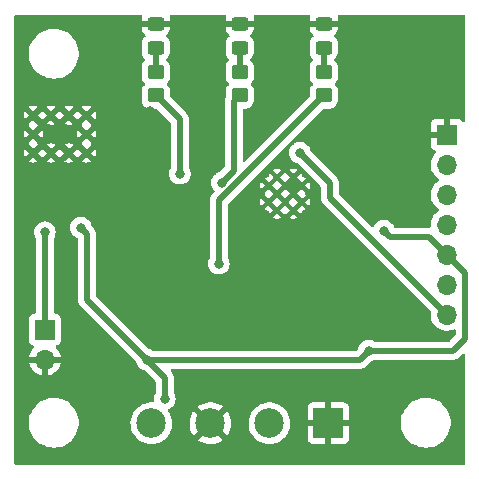
<source format=gbr>
%TF.GenerationSoftware,KiCad,Pcbnew,(6.0.7)*%
%TF.CreationDate,2023-04-15T22:34:50+02:00*%
%TF.ProjectId,sensor board,73656e73-6f72-4206-926f-6172642e6b69,rev?*%
%TF.SameCoordinates,Original*%
%TF.FileFunction,Copper,L2,Bot*%
%TF.FilePolarity,Positive*%
%FSLAX46Y46*%
G04 Gerber Fmt 4.6, Leading zero omitted, Abs format (unit mm)*
G04 Created by KiCad (PCBNEW (6.0.7)) date 2023-04-15 22:34:50*
%MOMM*%
%LPD*%
G01*
G04 APERTURE LIST*
G04 Aperture macros list*
%AMRoundRect*
0 Rectangle with rounded corners*
0 $1 Rounding radius*
0 $2 $3 $4 $5 $6 $7 $8 $9 X,Y pos of 4 corners*
0 Add a 4 corners polygon primitive as box body*
4,1,4,$2,$3,$4,$5,$6,$7,$8,$9,$2,$3,0*
0 Add four circle primitives for the rounded corners*
1,1,$1+$1,$2,$3*
1,1,$1+$1,$4,$5*
1,1,$1+$1,$6,$7*
1,1,$1+$1,$8,$9*
0 Add four rect primitives between the rounded corners*
20,1,$1+$1,$2,$3,$4,$5,0*
20,1,$1+$1,$4,$5,$6,$7,0*
20,1,$1+$1,$6,$7,$8,$9,0*
20,1,$1+$1,$8,$9,$2,$3,0*%
G04 Aperture macros list end*
%TA.AperFunction,ComponentPad*%
%ADD10C,0.600000*%
%TD*%
%TA.AperFunction,ComponentPad*%
%ADD11O,1.700000X1.700000*%
%TD*%
%TA.AperFunction,ComponentPad*%
%ADD12R,1.700000X1.700000*%
%TD*%
%TA.AperFunction,ComponentPad*%
%ADD13C,0.400000*%
%TD*%
%TA.AperFunction,SMDPad,CuDef*%
%ADD14RoundRect,0.250000X-0.450000X0.325000X-0.450000X-0.325000X0.450000X-0.325000X0.450000X0.325000X0*%
%TD*%
%TA.AperFunction,ComponentPad*%
%ADD15R,2.500000X2.500000*%
%TD*%
%TA.AperFunction,ComponentPad*%
%ADD16C,2.500000*%
%TD*%
%TA.AperFunction,SMDPad,CuDef*%
%ADD17RoundRect,0.250000X0.450000X-0.350000X0.450000X0.350000X-0.450000X0.350000X-0.450000X-0.350000X0*%
%TD*%
%TA.AperFunction,ViaPad*%
%ADD18C,0.800000*%
%TD*%
%TA.AperFunction,Conductor*%
%ADD19C,0.500000*%
%TD*%
G04 APERTURE END LIST*
D10*
%TO.P,VR1,16*%
%TO.N,GND*%
X84110000Y-92734000D03*
%TO.P,VR1,15*%
X85610000Y-92734000D03*
%TO.P,VR1,14*%
X87110000Y-92734000D03*
%TO.P,VR1,13*%
X88610000Y-92734000D03*
%TO.P,VR1,12*%
X84110000Y-91134000D03*
%TO.P,VR1,11*%
X88610000Y-91134000D03*
%TO.P,VR1,10*%
X84110000Y-89534000D03*
%TO.P,VR1,9*%
X85610000Y-89534000D03*
%TO.P,VR1,8*%
X87110000Y-89534000D03*
%TO.P,VR1,7*%
X88610000Y-89534000D03*
%TD*%
D11*
%TO.P,J2,2,Pin_2*%
%TO.N,GND*%
X85090000Y-110231000D03*
D12*
%TO.P,J2,1,Pin_1*%
%TO.N,VIN*%
X85090000Y-107691000D03*
%TD*%
D13*
%TO.P,U1,41_21*%
%TO.N,GND*%
X106134000Y-97586000D03*
%TO.P,U1,41_20*%
X104734000Y-97586000D03*
%TO.P,U1,41_19*%
X106134000Y-96186000D03*
%TO.P,U1,41_18*%
X104734000Y-96186000D03*
%TO.P,U1,41_17*%
X106134000Y-94786000D03*
%TO.P,U1,41_16*%
X104734000Y-94786000D03*
%TO.P,U1,41_15*%
X106834000Y-96886000D03*
%TO.P,U1,41_14*%
X105434000Y-96886000D03*
%TO.P,U1,41_13*%
X104034000Y-96886000D03*
%TO.P,U1,41_12*%
X106834000Y-95486000D03*
%TO.P,U1,41_11*%
X104034000Y-95486000D03*
%TO.P,U1,41_10*%
X105434000Y-95486000D03*
%TD*%
D12*
%TO.P,J1,1,Pin_1*%
%TO.N,GND*%
X119126000Y-91181000D03*
D11*
%TO.P,J1,2,Pin_2*%
%TO.N,TX0*%
X119126000Y-93721000D03*
%TO.P,J1,3,Pin_3*%
%TO.N,RX0*%
X119126000Y-96261000D03*
%TO.P,J1,4,Pin_4*%
%TO.N,IO0*%
X119126000Y-98801000D03*
%TO.P,J1,5,Pin_5*%
%TO.N,+3.3V*%
X119126000Y-101341000D03*
%TO.P,J1,6,Pin_6*%
%TO.N,GND*%
X119126000Y-103881000D03*
%TO.P,J1,7,Pin_7*%
%TO.N,EN*%
X119126000Y-106421000D03*
%TD*%
D14*
%TO.P,D2,2,A*%
%TO.N,Net-(D2-Pad2)*%
X101600000Y-83829000D03*
%TO.P,D2,1,K*%
%TO.N,GND*%
X101600000Y-81779000D03*
%TD*%
D15*
%TO.P,J3,1,Pin_1*%
%TO.N,GND*%
X109100000Y-115616000D03*
D16*
%TO.P,J3,2,Pin_2*%
%TO.N,S2*%
X104100000Y-115616000D03*
%TO.P,J3,3,Pin_3*%
%TO.N,GND*%
X99100000Y-115616000D03*
%TO.P,J3,4,Pin_4*%
%TO.N,S1*%
X94100000Y-115616000D03*
%TD*%
D14*
%TO.P,D3,2,A*%
%TO.N,Net-(D3-Pad2)*%
X94488000Y-83829000D03*
%TO.P,D3,1,K*%
%TO.N,GND*%
X94488000Y-81779000D03*
%TD*%
%TO.P,D1,2,A*%
%TO.N,Net-(D1-Pad2)*%
X108712000Y-83829000D03*
%TO.P,D1,1,K*%
%TO.N,GND*%
X108712000Y-81779000D03*
%TD*%
D17*
%TO.P,R5,2*%
%TO.N,Net-(D3-Pad2)*%
X94488000Y-85868000D03*
%TO.P,R5,1*%
%TO.N,LED3*%
X94488000Y-87868000D03*
%TD*%
%TO.P,R4,2*%
%TO.N,Net-(D2-Pad2)*%
X101600000Y-85868000D03*
%TO.P,R4,1*%
%TO.N,LED2*%
X101600000Y-87868000D03*
%TD*%
%TO.P,R3,2*%
%TO.N,Net-(D1-Pad2)*%
X108712000Y-85868000D03*
%TO.P,R3,1*%
%TO.N,LED1*%
X108712000Y-87868000D03*
%TD*%
D18*
%TO.N,GND*%
X117602000Y-97790000D03*
X83820000Y-94996000D03*
X93980000Y-89154000D03*
X105156000Y-108204000D03*
X118497941Y-83849871D03*
X111823946Y-89905902D03*
X112753179Y-94982349D03*
X110744000Y-102870000D03*
X119126000Y-110998000D03*
X112776000Y-113538000D03*
X101854000Y-118110000D03*
X90424000Y-116078000D03*
X89154000Y-110236000D03*
X94742000Y-104394000D03*
X94234000Y-96774000D03*
X91440000Y-85598000D03*
%TO.N,+3.3V*%
X113792000Y-99314000D03*
X88138000Y-99060000D03*
X112522000Y-109474000D03*
X93726000Y-110236000D03*
X95250000Y-113538000D03*
%TO.N,EN*%
X106680000Y-92710000D03*
%TO.N,LED1*%
X99822000Y-102108000D03*
%TO.N,LED2*%
X100076000Y-95250000D03*
%TO.N,LED3*%
X96520000Y-94488000D03*
%TO.N,VIN*%
X85090000Y-99438000D03*
%TO.N,GND*%
X100330000Y-103378000D03*
X90424000Y-81788000D03*
X102870000Y-91186000D03*
X104153723Y-100807749D03*
X106172000Y-95504000D03*
X90170000Y-87122000D03*
X104281472Y-89821329D03*
%TD*%
D19*
%TO.N,+3.3V*%
X117607000Y-99822000D02*
X119126000Y-101341000D01*
X114300000Y-99822000D02*
X117607000Y-99822000D01*
X113792000Y-99314000D02*
X114300000Y-99822000D01*
X88646000Y-105156000D02*
X93726000Y-110236000D01*
X88138000Y-99060000D02*
X88646000Y-99568000D01*
X88646000Y-99568000D02*
X88646000Y-105156000D01*
X111760000Y-110236000D02*
X112522000Y-109474000D01*
X93726000Y-110236000D02*
X111760000Y-110236000D01*
X119634000Y-109474000D02*
X112522000Y-109474000D01*
X120650000Y-108458000D02*
X119634000Y-109474000D01*
X120650000Y-102865000D02*
X120650000Y-108458000D01*
X119126000Y-101341000D02*
X120650000Y-102865000D01*
X95250000Y-111760000D02*
X95250000Y-113538000D01*
X93726000Y-110236000D02*
X95250000Y-111760000D01*
%TO.N,EN*%
X109220000Y-95250000D02*
X106680000Y-92710000D01*
X109220000Y-96515000D02*
X109220000Y-95250000D01*
X119126000Y-106421000D02*
X109220000Y-96515000D01*
%TO.N,LED2*%
X101092000Y-88376000D02*
X101600000Y-87868000D01*
X101092000Y-94234000D02*
X101092000Y-88376000D01*
X100076000Y-95250000D02*
X101092000Y-94234000D01*
%TO.N,LED1*%
X99822000Y-96758000D02*
X99822000Y-102108000D01*
X108712000Y-87868000D02*
X99822000Y-96758000D01*
%TO.N,LED3*%
X96520000Y-89900000D02*
X96520000Y-94488000D01*
X94488000Y-87868000D02*
X96520000Y-89900000D01*
%TO.N,VIN*%
X85090000Y-107691000D02*
X85090000Y-99438000D01*
%TO.N,Net-(D1-Pad2)*%
X108712000Y-83829000D02*
X108712000Y-85868000D01*
%TO.N,Net-(D2-Pad2)*%
X101600000Y-83829000D02*
X101600000Y-85868000D01*
%TO.N,Net-(D3-Pad2)*%
X94488000Y-83829000D02*
X94488000Y-85868000D01*
%TD*%
%TA.AperFunction,Conductor*%
%TO.N,GND*%
G36*
X93278056Y-81036502D02*
G01*
X93324549Y-81090158D01*
X93334653Y-81160432D01*
X93329528Y-81182168D01*
X93292862Y-81292710D01*
X93289995Y-81306086D01*
X93280328Y-81400438D01*
X93280000Y-81406855D01*
X93280000Y-81506885D01*
X93284475Y-81522124D01*
X93285865Y-81523329D01*
X93293548Y-81525000D01*
X95677884Y-81525000D01*
X95693123Y-81520525D01*
X95694328Y-81519135D01*
X95695999Y-81511452D01*
X95695999Y-81406905D01*
X95695662Y-81400386D01*
X95685743Y-81304794D01*
X95682851Y-81291400D01*
X95646478Y-81182376D01*
X95643894Y-81111426D01*
X95680078Y-81050343D01*
X95743542Y-81018518D01*
X95766002Y-81016500D01*
X100321935Y-81016500D01*
X100390056Y-81036502D01*
X100436549Y-81090158D01*
X100446653Y-81160432D01*
X100441528Y-81182168D01*
X100404862Y-81292710D01*
X100401995Y-81306086D01*
X100392328Y-81400438D01*
X100392000Y-81406855D01*
X100392000Y-81506885D01*
X100396475Y-81522124D01*
X100397865Y-81523329D01*
X100405548Y-81525000D01*
X102789884Y-81525000D01*
X102805123Y-81520525D01*
X102806328Y-81519135D01*
X102807999Y-81511452D01*
X102807999Y-81406905D01*
X102807662Y-81400386D01*
X102797743Y-81304794D01*
X102794851Y-81291400D01*
X102758478Y-81182376D01*
X102755894Y-81111426D01*
X102792078Y-81050343D01*
X102855542Y-81018518D01*
X102878002Y-81016500D01*
X107433935Y-81016500D01*
X107502056Y-81036502D01*
X107548549Y-81090158D01*
X107558653Y-81160432D01*
X107553528Y-81182168D01*
X107516862Y-81292710D01*
X107513995Y-81306086D01*
X107504328Y-81400438D01*
X107504000Y-81406854D01*
X107504000Y-81506885D01*
X107508475Y-81522124D01*
X107509865Y-81523329D01*
X107517548Y-81525000D01*
X109901884Y-81525000D01*
X109917123Y-81520525D01*
X109918328Y-81519135D01*
X109919999Y-81511452D01*
X109919999Y-81406905D01*
X109919662Y-81400386D01*
X109909743Y-81304794D01*
X109906851Y-81291400D01*
X109870478Y-81182376D01*
X109867894Y-81111426D01*
X109904078Y-81050343D01*
X109967542Y-81018518D01*
X109990002Y-81016500D01*
X120523500Y-81016500D01*
X120591621Y-81036502D01*
X120638114Y-81090158D01*
X120649500Y-81142500D01*
X120649500Y-90004306D01*
X120629498Y-90072427D01*
X120575842Y-90118920D01*
X120505568Y-90129024D01*
X120440988Y-90099530D01*
X120422673Y-90079871D01*
X120344281Y-89975272D01*
X120331724Y-89962715D01*
X120229649Y-89886214D01*
X120214054Y-89877676D01*
X120093606Y-89832522D01*
X120078351Y-89828895D01*
X120027486Y-89823369D01*
X120020672Y-89823000D01*
X119398115Y-89823000D01*
X119382876Y-89827475D01*
X119381671Y-89828865D01*
X119380000Y-89836548D01*
X119380000Y-91309000D01*
X119359998Y-91377121D01*
X119306342Y-91423614D01*
X119254000Y-91435000D01*
X117786116Y-91435000D01*
X117770877Y-91439475D01*
X117769672Y-91440865D01*
X117768001Y-91448548D01*
X117768001Y-92075669D01*
X117768371Y-92082490D01*
X117773895Y-92133352D01*
X117777521Y-92148604D01*
X117822676Y-92269054D01*
X117831214Y-92284649D01*
X117907715Y-92386724D01*
X117920276Y-92399285D01*
X118022351Y-92475786D01*
X118037946Y-92484324D01*
X118146827Y-92525142D01*
X118203591Y-92567784D01*
X118228291Y-92634345D01*
X118213083Y-92703694D01*
X118193691Y-92730175D01*
X118070200Y-92859401D01*
X118066629Y-92863138D01*
X118063715Y-92867410D01*
X118063714Y-92867411D01*
X118021542Y-92929233D01*
X117940743Y-93047680D01*
X117846688Y-93250305D01*
X117786989Y-93465570D01*
X117763251Y-93687695D01*
X117776110Y-93910715D01*
X117777247Y-93915761D01*
X117777248Y-93915767D01*
X117792797Y-93984762D01*
X117825222Y-94128639D01*
X117909266Y-94335616D01*
X117938849Y-94383891D01*
X118006066Y-94493579D01*
X118025987Y-94526088D01*
X118172250Y-94694938D01*
X118293473Y-94795579D01*
X118327373Y-94823723D01*
X118344126Y-94837632D01*
X118391998Y-94865606D01*
X118417445Y-94880476D01*
X118466169Y-94932114D01*
X118479240Y-95001897D01*
X118452509Y-95067669D01*
X118412055Y-95101027D01*
X118399607Y-95107507D01*
X118395474Y-95110610D01*
X118395471Y-95110612D01*
X118225100Y-95238530D01*
X118220965Y-95241635D01*
X118217393Y-95245373D01*
X118074284Y-95395128D01*
X118066629Y-95403138D01*
X118063715Y-95407410D01*
X118063714Y-95407411D01*
X118008081Y-95488966D01*
X117940743Y-95587680D01*
X117925003Y-95621590D01*
X117852205Y-95778420D01*
X117846688Y-95790305D01*
X117786989Y-96005570D01*
X117763251Y-96227695D01*
X117763548Y-96232848D01*
X117763548Y-96232851D01*
X117770084Y-96346211D01*
X117776110Y-96450715D01*
X117777247Y-96455761D01*
X117777248Y-96455767D01*
X117786235Y-96495644D01*
X117825222Y-96668639D01*
X117909266Y-96875616D01*
X117923478Y-96898808D01*
X117980883Y-96992484D01*
X118025987Y-97066088D01*
X118172250Y-97234938D01*
X118344126Y-97377632D01*
X118414595Y-97418811D01*
X118417445Y-97420476D01*
X118466169Y-97472114D01*
X118479240Y-97541897D01*
X118452509Y-97607669D01*
X118412055Y-97641027D01*
X118399607Y-97647507D01*
X118395474Y-97650610D01*
X118395471Y-97650612D01*
X118225100Y-97778530D01*
X118220965Y-97781635D01*
X118217393Y-97785373D01*
X118132535Y-97874172D01*
X118066629Y-97943138D01*
X117940743Y-98127680D01*
X117846688Y-98330305D01*
X117786989Y-98545570D01*
X117763251Y-98767695D01*
X117763548Y-98772848D01*
X117763548Y-98772851D01*
X117772541Y-98928822D01*
X117756493Y-98997981D01*
X117705603Y-99047486D01*
X117650157Y-99062029D01*
X117606955Y-99063198D01*
X117597479Y-99063454D01*
X117594072Y-99063500D01*
X114757405Y-99063500D01*
X114689284Y-99043498D01*
X114642791Y-98989842D01*
X114637572Y-98976436D01*
X114628569Y-98948728D01*
X114628568Y-98948727D01*
X114626527Y-98942444D01*
X114531040Y-98777056D01*
X114522612Y-98767695D01*
X114407675Y-98640045D01*
X114407674Y-98640044D01*
X114403253Y-98635134D01*
X114248752Y-98522882D01*
X114242724Y-98520198D01*
X114242722Y-98520197D01*
X114080319Y-98447891D01*
X114080318Y-98447891D01*
X114074288Y-98445206D01*
X113980887Y-98425353D01*
X113893944Y-98406872D01*
X113893939Y-98406872D01*
X113887487Y-98405500D01*
X113696513Y-98405500D01*
X113690061Y-98406872D01*
X113690056Y-98406872D01*
X113603113Y-98425353D01*
X113509712Y-98445206D01*
X113503682Y-98447891D01*
X113503681Y-98447891D01*
X113341278Y-98520197D01*
X113341276Y-98520198D01*
X113335248Y-98522882D01*
X113180747Y-98635134D01*
X113176326Y-98640044D01*
X113176325Y-98640045D01*
X113061389Y-98767695D01*
X113052960Y-98777056D01*
X113049659Y-98782774D01*
X112965338Y-98928822D01*
X112957473Y-98942444D01*
X112957239Y-98942309D01*
X112913462Y-98993812D01*
X112845535Y-99014460D01*
X112777227Y-98995107D01*
X112755242Y-98977561D01*
X110015405Y-96237724D01*
X109981379Y-96175412D01*
X109978500Y-96148629D01*
X109978500Y-95317063D01*
X109979933Y-95298114D01*
X109982097Y-95283886D01*
X109983198Y-95276651D01*
X109981565Y-95256565D01*
X109978915Y-95223991D01*
X109978500Y-95213777D01*
X109978500Y-95205707D01*
X109978078Y-95202087D01*
X109978077Y-95202069D01*
X109975208Y-95177461D01*
X109974775Y-95173086D01*
X109969454Y-95107661D01*
X109969453Y-95107658D01*
X109968860Y-95100363D01*
X109966604Y-95093399D01*
X109965413Y-95087440D01*
X109964029Y-95081585D01*
X109963182Y-95074319D01*
X109938265Y-95005673D01*
X109936848Y-95001545D01*
X109916607Y-94939064D01*
X109916606Y-94939062D01*
X109914351Y-94932101D01*
X109910555Y-94925846D01*
X109908049Y-94920372D01*
X109905330Y-94914942D01*
X109902833Y-94908063D01*
X109862809Y-94847016D01*
X109860472Y-94843312D01*
X109857026Y-94837632D01*
X109833469Y-94798811D01*
X109825509Y-94785693D01*
X109825505Y-94785688D01*
X109822595Y-94780892D01*
X109818646Y-94776420D01*
X109815197Y-94772516D01*
X109815223Y-94772493D01*
X109812574Y-94769503D01*
X109809866Y-94766264D01*
X109805856Y-94760148D01*
X109800549Y-94755121D01*
X109800546Y-94755117D01*
X109749617Y-94706872D01*
X109747175Y-94704494D01*
X107600125Y-92557444D01*
X107569387Y-92507285D01*
X107561927Y-92484324D01*
X107514527Y-92338444D01*
X107419040Y-92173056D01*
X107397024Y-92148604D01*
X107295675Y-92036045D01*
X107295674Y-92036044D01*
X107291253Y-92031134D01*
X107172331Y-91944732D01*
X107142094Y-91922763D01*
X107142093Y-91922762D01*
X107136752Y-91918882D01*
X107130724Y-91916198D01*
X107130722Y-91916197D01*
X106968319Y-91843891D01*
X106968318Y-91843891D01*
X106962288Y-91841206D01*
X106868888Y-91821353D01*
X106781944Y-91802872D01*
X106781939Y-91802872D01*
X106775487Y-91801500D01*
X106584513Y-91801500D01*
X106578061Y-91802872D01*
X106578056Y-91802872D01*
X106491112Y-91821353D01*
X106397712Y-91841206D01*
X106391682Y-91843891D01*
X106391681Y-91843891D01*
X106229278Y-91916197D01*
X106229276Y-91916198D01*
X106223248Y-91918882D01*
X106217907Y-91922762D01*
X106217906Y-91922763D01*
X106187669Y-91944732D01*
X106068747Y-92031134D01*
X106064326Y-92036044D01*
X106064325Y-92036045D01*
X105962977Y-92148604D01*
X105940960Y-92173056D01*
X105845473Y-92338444D01*
X105786458Y-92520072D01*
X105785768Y-92526633D01*
X105785768Y-92526635D01*
X105771410Y-92663242D01*
X105766496Y-92710000D01*
X105767186Y-92716565D01*
X105785339Y-92889277D01*
X105786458Y-92899928D01*
X105845473Y-93081556D01*
X105848776Y-93087278D01*
X105848777Y-93087279D01*
X105855278Y-93098539D01*
X105940960Y-93246944D01*
X105945378Y-93251851D01*
X105945379Y-93251852D01*
X105970793Y-93280077D01*
X106068747Y-93388866D01*
X106122800Y-93428138D01*
X106181631Y-93470881D01*
X106223248Y-93501118D01*
X106229276Y-93503802D01*
X106229278Y-93503803D01*
X106324064Y-93546004D01*
X106397712Y-93578794D01*
X106404167Y-93580166D01*
X106404176Y-93580169D01*
X106460772Y-93592199D01*
X106523669Y-93626350D01*
X108424595Y-95527276D01*
X108458621Y-95589588D01*
X108461500Y-95616371D01*
X108461500Y-96447930D01*
X108460067Y-96466880D01*
X108458958Y-96474172D01*
X108456801Y-96488349D01*
X108457394Y-96495641D01*
X108457394Y-96495644D01*
X108461085Y-96541018D01*
X108461500Y-96551233D01*
X108461500Y-96559293D01*
X108461925Y-96562937D01*
X108464789Y-96587507D01*
X108465222Y-96591882D01*
X108470276Y-96654013D01*
X108471140Y-96664637D01*
X108473396Y-96671601D01*
X108474587Y-96677560D01*
X108475971Y-96683415D01*
X108476818Y-96690681D01*
X108501735Y-96759327D01*
X108503152Y-96763455D01*
X108525649Y-96832899D01*
X108529445Y-96839154D01*
X108531951Y-96844628D01*
X108534670Y-96850058D01*
X108537167Y-96856937D01*
X108541180Y-96863057D01*
X108541180Y-96863058D01*
X108577186Y-96917976D01*
X108579523Y-96921680D01*
X108617405Y-96984107D01*
X108621121Y-96988315D01*
X108621122Y-96988316D01*
X108624803Y-96992484D01*
X108624776Y-96992508D01*
X108627429Y-96995500D01*
X108630132Y-96998733D01*
X108634144Y-97004852D01*
X108639456Y-97009884D01*
X108690383Y-97058128D01*
X108692825Y-97060506D01*
X117745449Y-106113130D01*
X117779475Y-106175442D01*
X117781641Y-106215613D01*
X117763251Y-106387695D01*
X117763548Y-106392848D01*
X117763548Y-106392851D01*
X117768443Y-106477739D01*
X117776110Y-106610715D01*
X117777247Y-106615761D01*
X117777248Y-106615767D01*
X117801304Y-106722508D01*
X117825222Y-106828639D01*
X117909266Y-107035616D01*
X118025987Y-107226088D01*
X118172250Y-107394938D01*
X118344126Y-107537632D01*
X118537000Y-107650338D01*
X118745692Y-107730030D01*
X118750760Y-107731061D01*
X118750763Y-107731062D01*
X118858017Y-107752883D01*
X118964597Y-107774567D01*
X118969772Y-107774757D01*
X118969774Y-107774757D01*
X119182673Y-107782564D01*
X119182677Y-107782564D01*
X119187837Y-107782753D01*
X119192957Y-107782097D01*
X119192959Y-107782097D01*
X119404288Y-107755025D01*
X119404289Y-107755025D01*
X119409416Y-107754368D01*
X119414366Y-107752883D01*
X119618429Y-107691661D01*
X119618434Y-107691659D01*
X119623384Y-107690174D01*
X119710071Y-107647707D01*
X119780042Y-107635701D01*
X119845399Y-107663431D01*
X119885389Y-107722094D01*
X119891500Y-107760859D01*
X119891500Y-108091629D01*
X119871498Y-108159750D01*
X119854595Y-108180724D01*
X119356724Y-108678595D01*
X119294412Y-108712621D01*
X119267629Y-108715500D01*
X113064587Y-108715500D01*
X112990528Y-108691437D01*
X112984098Y-108686765D01*
X112984091Y-108686761D01*
X112978752Y-108682882D01*
X112972724Y-108680198D01*
X112972722Y-108680197D01*
X112810319Y-108607891D01*
X112810318Y-108607891D01*
X112804288Y-108605206D01*
X112710887Y-108585353D01*
X112623944Y-108566872D01*
X112623939Y-108566872D01*
X112617487Y-108565500D01*
X112426513Y-108565500D01*
X112420061Y-108566872D01*
X112420056Y-108566872D01*
X112333112Y-108585353D01*
X112239712Y-108605206D01*
X112233682Y-108607891D01*
X112233681Y-108607891D01*
X112071278Y-108680197D01*
X112071276Y-108680198D01*
X112065248Y-108682882D01*
X112059907Y-108686762D01*
X112059906Y-108686763D01*
X112053473Y-108691437D01*
X111910747Y-108795134D01*
X111906326Y-108800044D01*
X111906325Y-108800045D01*
X111807644Y-108909642D01*
X111782960Y-108937056D01*
X111687473Y-109102444D01*
X111642532Y-109240759D01*
X111632613Y-109271285D01*
X111601875Y-109321444D01*
X111482724Y-109440595D01*
X111420412Y-109474621D01*
X111393629Y-109477500D01*
X94268587Y-109477500D01*
X94194528Y-109453437D01*
X94188098Y-109448765D01*
X94188091Y-109448761D01*
X94182752Y-109444882D01*
X94176724Y-109442198D01*
X94176722Y-109442197D01*
X94014319Y-109369891D01*
X94014318Y-109369891D01*
X94008288Y-109367206D01*
X94001833Y-109365834D01*
X94001824Y-109365831D01*
X93945228Y-109353801D01*
X93882331Y-109319650D01*
X89441405Y-104878724D01*
X89407379Y-104816412D01*
X89404500Y-104789629D01*
X89404500Y-102108000D01*
X98908496Y-102108000D01*
X98928458Y-102297928D01*
X98987473Y-102479556D01*
X99082960Y-102644944D01*
X99210747Y-102786866D01*
X99365248Y-102899118D01*
X99371276Y-102901802D01*
X99371278Y-102901803D01*
X99533681Y-102974109D01*
X99539712Y-102976794D01*
X99633113Y-102996647D01*
X99720056Y-103015128D01*
X99720061Y-103015128D01*
X99726513Y-103016500D01*
X99917487Y-103016500D01*
X99923939Y-103015128D01*
X99923944Y-103015128D01*
X100010888Y-102996647D01*
X100104288Y-102976794D01*
X100110319Y-102974109D01*
X100272722Y-102901803D01*
X100272724Y-102901802D01*
X100278752Y-102899118D01*
X100433253Y-102786866D01*
X100561040Y-102644944D01*
X100656527Y-102479556D01*
X100715542Y-102297928D01*
X100735504Y-102108000D01*
X100715542Y-101918072D01*
X100656527Y-101736444D01*
X100597381Y-101634000D01*
X100580500Y-101571001D01*
X100580500Y-98207257D01*
X104401205Y-98207257D01*
X104405894Y-98213521D01*
X104464777Y-98245492D01*
X104478803Y-98251045D01*
X104629858Y-98290673D01*
X104644809Y-98292720D01*
X104800953Y-98295174D01*
X104815954Y-98293597D01*
X104968185Y-98258732D01*
X104982373Y-98253623D01*
X105056949Y-98216116D01*
X105066428Y-98207257D01*
X105801205Y-98207257D01*
X105805894Y-98213521D01*
X105864777Y-98245492D01*
X105878803Y-98251045D01*
X106029858Y-98290673D01*
X106044809Y-98292720D01*
X106200953Y-98295174D01*
X106215954Y-98293597D01*
X106368185Y-98258732D01*
X106382373Y-98253623D01*
X106456949Y-98216116D01*
X106467252Y-98206487D01*
X106465040Y-98199883D01*
X106146812Y-97881655D01*
X106132868Y-97874041D01*
X106131033Y-97874172D01*
X106124423Y-97878420D01*
X105807964Y-98194878D01*
X105801205Y-98207257D01*
X105066428Y-98207257D01*
X105067252Y-98206487D01*
X105065040Y-98199883D01*
X104746812Y-97881655D01*
X104732868Y-97874041D01*
X104731033Y-97874172D01*
X104724423Y-97878420D01*
X104407964Y-98194878D01*
X104401205Y-98207257D01*
X100580500Y-98207257D01*
X100580500Y-97507257D01*
X103701205Y-97507257D01*
X103705894Y-97513521D01*
X103764777Y-97545492D01*
X103778803Y-97551045D01*
X103937208Y-97592601D01*
X103936622Y-97594836D01*
X103991016Y-97619239D01*
X104029797Y-97678707D01*
X104034380Y-97701184D01*
X104038810Y-97741310D01*
X104042254Y-97755993D01*
X104095923Y-97902651D01*
X104101175Y-97912958D01*
X104110004Y-97920298D01*
X104124095Y-97913063D01*
X104438349Y-97598808D01*
X104444726Y-97587130D01*
X105022040Y-97587130D01*
X105022172Y-97588966D01*
X105026421Y-97595578D01*
X105346586Y-97915744D01*
X105358965Y-97922503D01*
X105360238Y-97921550D01*
X105426758Y-97896739D01*
X105496132Y-97911830D01*
X105509203Y-97920709D01*
X105524095Y-97913063D01*
X105838349Y-97598808D01*
X105844726Y-97587130D01*
X106422040Y-97587130D01*
X106422172Y-97588966D01*
X106426421Y-97595578D01*
X106746586Y-97915744D01*
X106758965Y-97922503D01*
X106763063Y-97919435D01*
X106820066Y-97777635D01*
X106823968Y-97763072D01*
X106833600Y-97695397D01*
X106863001Y-97630775D01*
X106922673Y-97592306D01*
X106930213Y-97590332D01*
X107068185Y-97558732D01*
X107082373Y-97553623D01*
X107156949Y-97516116D01*
X107167252Y-97506487D01*
X107165040Y-97499883D01*
X106846812Y-97181655D01*
X106832868Y-97174041D01*
X106831033Y-97174172D01*
X106824423Y-97178420D01*
X106773255Y-97229587D01*
X106773255Y-97229586D01*
X106773254Y-97229587D01*
X106429652Y-97573190D01*
X106422040Y-97587130D01*
X105844726Y-97587130D01*
X105845960Y-97584870D01*
X105845828Y-97583034D01*
X105841579Y-97576422D01*
X105494745Y-97229587D01*
X105446811Y-97181653D01*
X105432869Y-97174041D01*
X105431034Y-97174172D01*
X105424419Y-97178423D01*
X105373255Y-97229587D01*
X105373255Y-97229586D01*
X105373254Y-97229587D01*
X105029652Y-97573190D01*
X105022040Y-97587130D01*
X104444726Y-97587130D01*
X104445960Y-97584870D01*
X104445828Y-97583034D01*
X104441579Y-97576422D01*
X104094745Y-97229587D01*
X104046811Y-97181653D01*
X104032869Y-97174041D01*
X104031034Y-97174172D01*
X104024420Y-97178423D01*
X103707964Y-97494878D01*
X103701205Y-97507257D01*
X100580500Y-97507257D01*
X100580500Y-97124371D01*
X100600502Y-97056250D01*
X100617405Y-97035276D01*
X100766599Y-96886082D01*
X103321673Y-96886082D01*
X103338810Y-97041310D01*
X103342254Y-97055993D01*
X103395923Y-97202651D01*
X103401175Y-97212958D01*
X103410004Y-97220298D01*
X103424095Y-97213063D01*
X103738349Y-96898808D01*
X103744726Y-96887130D01*
X104322040Y-96887130D01*
X104322172Y-96888966D01*
X104326422Y-96895579D01*
X104393919Y-96963077D01*
X104721192Y-97290349D01*
X104735130Y-97297960D01*
X104736966Y-97297828D01*
X104743578Y-97293579D01*
X105074081Y-96963077D01*
X105138347Y-96898811D01*
X105144725Y-96887130D01*
X105722040Y-96887130D01*
X105722172Y-96888966D01*
X105726422Y-96895579D01*
X105793919Y-96963077D01*
X106121192Y-97290349D01*
X106135130Y-97297960D01*
X106136966Y-97297828D01*
X106143578Y-97293579D01*
X106474081Y-96963077D01*
X106538347Y-96898811D01*
X106544725Y-96887130D01*
X107122040Y-96887130D01*
X107122172Y-96888966D01*
X107126421Y-96895578D01*
X107446586Y-97215744D01*
X107458965Y-97222503D01*
X107463063Y-97219435D01*
X107520066Y-97077635D01*
X107523968Y-97063071D01*
X107546463Y-96905016D01*
X107547087Y-96896813D01*
X107547157Y-96890121D01*
X107546705Y-96881906D01*
X107527525Y-96723418D01*
X107523929Y-96708775D01*
X107468726Y-96562686D01*
X107465772Y-96557035D01*
X107458399Y-96551036D01*
X107444662Y-96558180D01*
X107129651Y-96873192D01*
X107122040Y-96887130D01*
X106544725Y-96887130D01*
X106545959Y-96884869D01*
X106545828Y-96883034D01*
X106541577Y-96876420D01*
X106211278Y-96546120D01*
X106146811Y-96481653D01*
X106132869Y-96474041D01*
X106131034Y-96474172D01*
X106124420Y-96478423D01*
X106056722Y-96546120D01*
X106056721Y-96546121D01*
X105729651Y-96873192D01*
X105722040Y-96887130D01*
X105144725Y-96887130D01*
X105145959Y-96884869D01*
X105145828Y-96883034D01*
X105141577Y-96876420D01*
X104811278Y-96546120D01*
X104746811Y-96481653D01*
X104732869Y-96474041D01*
X104731034Y-96474172D01*
X104724420Y-96478423D01*
X104656722Y-96546120D01*
X104656721Y-96546121D01*
X104329651Y-96873192D01*
X104322040Y-96887130D01*
X103744726Y-96887130D01*
X103745960Y-96884870D01*
X103745828Y-96883034D01*
X103741579Y-96876422D01*
X103421848Y-96556690D01*
X103410040Y-96550242D01*
X103402823Y-96555815D01*
X103402694Y-96556055D01*
X103345966Y-96701554D01*
X103342214Y-96716168D01*
X103321830Y-96871001D01*
X103321673Y-96886082D01*
X100766599Y-96886082D01*
X101388758Y-96263923D01*
X103700334Y-96263923D01*
X103703288Y-96272446D01*
X104021192Y-96590349D01*
X104035130Y-96597960D01*
X104036966Y-96597828D01*
X104043578Y-96593579D01*
X104393495Y-96243663D01*
X104438347Y-96198811D01*
X104444725Y-96187130D01*
X105022040Y-96187130D01*
X105022172Y-96188966D01*
X105026422Y-96195579D01*
X105074505Y-96243663D01*
X105074504Y-96243663D01*
X105074505Y-96243664D01*
X105421190Y-96590348D01*
X105435130Y-96597960D01*
X105436966Y-96597828D01*
X105443578Y-96593579D01*
X105793495Y-96243663D01*
X105838347Y-96198811D01*
X105844725Y-96187130D01*
X106422040Y-96187130D01*
X106422172Y-96188966D01*
X106426422Y-96195579D01*
X106474505Y-96243663D01*
X106474504Y-96243663D01*
X106474505Y-96243664D01*
X106821190Y-96590348D01*
X106835130Y-96597960D01*
X106836966Y-96597828D01*
X106843578Y-96593579D01*
X107160074Y-96277084D01*
X107166833Y-96264705D01*
X107165015Y-96262276D01*
X107140205Y-96195755D01*
X107155297Y-96126381D01*
X107167045Y-96111229D01*
X107167818Y-96108176D01*
X107165040Y-96099883D01*
X106846812Y-95781655D01*
X106832868Y-95774041D01*
X106831033Y-95774172D01*
X106824422Y-95778420D01*
X106781140Y-95821702D01*
X106781140Y-95821701D01*
X106781139Y-95821702D01*
X106429652Y-96173190D01*
X106422040Y-96187130D01*
X105844725Y-96187130D01*
X105845959Y-96184869D01*
X105845828Y-96183033D01*
X105841578Y-96176421D01*
X105486860Y-95821702D01*
X105446811Y-95781653D01*
X105432869Y-95774041D01*
X105431033Y-95774172D01*
X105424421Y-95778422D01*
X105381140Y-95821702D01*
X105381140Y-95821701D01*
X105381139Y-95821702D01*
X105029652Y-96173190D01*
X105022040Y-96187130D01*
X104444725Y-96187130D01*
X104445959Y-96184869D01*
X104445828Y-96183033D01*
X104441578Y-96176421D01*
X104086860Y-95821702D01*
X104046811Y-95781653D01*
X104032869Y-95774041D01*
X104031033Y-95774172D01*
X104024421Y-95778422D01*
X103707964Y-96094878D01*
X103701205Y-96107256D01*
X103703238Y-96109971D01*
X103728050Y-96176491D01*
X103712960Y-96245866D01*
X103700898Y-96261593D01*
X103700334Y-96263923D01*
X101388758Y-96263923D01*
X102166599Y-95486082D01*
X103321673Y-95486082D01*
X103338810Y-95641310D01*
X103342254Y-95655993D01*
X103395923Y-95802651D01*
X103401175Y-95812958D01*
X103410004Y-95820298D01*
X103424095Y-95813063D01*
X103738349Y-95498808D01*
X103744726Y-95487130D01*
X104322040Y-95487130D01*
X104322172Y-95488966D01*
X104326422Y-95495579D01*
X104395023Y-95564181D01*
X104721191Y-95890348D01*
X104735130Y-95897959D01*
X104736967Y-95897828D01*
X104743577Y-95893580D01*
X105072977Y-95564181D01*
X105138346Y-95498812D01*
X105144724Y-95487130D01*
X105722040Y-95487130D01*
X105722172Y-95488966D01*
X105726422Y-95495579D01*
X105795023Y-95564181D01*
X106121191Y-95890348D01*
X106135130Y-95897959D01*
X106136967Y-95897828D01*
X106143577Y-95893580D01*
X106472977Y-95564181D01*
X106538346Y-95498812D01*
X106544724Y-95487130D01*
X107122040Y-95487130D01*
X107122172Y-95488966D01*
X107126421Y-95495578D01*
X107446586Y-95815744D01*
X107458965Y-95822503D01*
X107463063Y-95819435D01*
X107520066Y-95677635D01*
X107523968Y-95663071D01*
X107546463Y-95505016D01*
X107547087Y-95496813D01*
X107547157Y-95490121D01*
X107546705Y-95481906D01*
X107527525Y-95323418D01*
X107523929Y-95308775D01*
X107468726Y-95162686D01*
X107465772Y-95157035D01*
X107458399Y-95151036D01*
X107444662Y-95158180D01*
X107129651Y-95473192D01*
X107122040Y-95487130D01*
X106544724Y-95487130D01*
X106545959Y-95484868D01*
X106545828Y-95483033D01*
X106541580Y-95476423D01*
X106190756Y-95125598D01*
X106146811Y-95081653D01*
X106132869Y-95074041D01*
X106131033Y-95074172D01*
X106124421Y-95078422D01*
X106077244Y-95125598D01*
X106077244Y-95125597D01*
X106077243Y-95125598D01*
X105729652Y-95473190D01*
X105722040Y-95487130D01*
X105144724Y-95487130D01*
X105145959Y-95484868D01*
X105145828Y-95483033D01*
X105141580Y-95476423D01*
X104790756Y-95125598D01*
X104746811Y-95081653D01*
X104732869Y-95074041D01*
X104731033Y-95074172D01*
X104724421Y-95078422D01*
X104677244Y-95125598D01*
X104677244Y-95125597D01*
X104677243Y-95125598D01*
X104329652Y-95473190D01*
X104322040Y-95487130D01*
X103744726Y-95487130D01*
X103745960Y-95484870D01*
X103745828Y-95483034D01*
X103741579Y-95476422D01*
X103421848Y-95156690D01*
X103410040Y-95150242D01*
X103402823Y-95155815D01*
X103402694Y-95156055D01*
X103345966Y-95301554D01*
X103342214Y-95316168D01*
X103321830Y-95471001D01*
X103321673Y-95486082D01*
X102166599Y-95486082D01*
X102787075Y-94865606D01*
X103700917Y-94865606D01*
X103703288Y-94872446D01*
X104021192Y-95190349D01*
X104035130Y-95197960D01*
X104036966Y-95197828D01*
X104043578Y-95193579D01*
X104391963Y-94845195D01*
X104438347Y-94798811D01*
X104444725Y-94787130D01*
X105022040Y-94787130D01*
X105022172Y-94788966D01*
X105026422Y-94795579D01*
X105076037Y-94845195D01*
X105076036Y-94845195D01*
X105076037Y-94845196D01*
X105421190Y-95190348D01*
X105435130Y-95197960D01*
X105436966Y-95197828D01*
X105443578Y-95193579D01*
X105791963Y-94845195D01*
X105838347Y-94798811D01*
X105844725Y-94787130D01*
X106422040Y-94787130D01*
X106422172Y-94788966D01*
X106426422Y-94795579D01*
X106476037Y-94845195D01*
X106476036Y-94845195D01*
X106476037Y-94845196D01*
X106821190Y-95190348D01*
X106835130Y-95197960D01*
X106836966Y-95197828D01*
X106843578Y-95193579D01*
X107160074Y-94877084D01*
X107166833Y-94864705D01*
X107162323Y-94858681D01*
X107096299Y-94823723D01*
X107082222Y-94818320D01*
X106927854Y-94779546D01*
X106866658Y-94743552D01*
X106834637Y-94680186D01*
X106833461Y-94672478D01*
X106827524Y-94623411D01*
X106823929Y-94608775D01*
X106768726Y-94462686D01*
X106765772Y-94457035D01*
X106758399Y-94451036D01*
X106744662Y-94458180D01*
X106429651Y-94773192D01*
X106422040Y-94787130D01*
X105844725Y-94787130D01*
X105845959Y-94784869D01*
X105845828Y-94783034D01*
X105841577Y-94776420D01*
X105521848Y-94456690D01*
X105509731Y-94450074D01*
X105444654Y-94475464D01*
X105375062Y-94461414D01*
X105358934Y-94450757D01*
X105344662Y-94458180D01*
X105029651Y-94773192D01*
X105022040Y-94787130D01*
X104444725Y-94787130D01*
X104445959Y-94784869D01*
X104445828Y-94783034D01*
X104441577Y-94776420D01*
X104121848Y-94456690D01*
X104110040Y-94450242D01*
X104102823Y-94455815D01*
X104102694Y-94456055D01*
X104045966Y-94601554D01*
X104042214Y-94616169D01*
X104034525Y-94674577D01*
X104005803Y-94739504D01*
X103946539Y-94778597D01*
X103939016Y-94780651D01*
X103792784Y-94815757D01*
X103778649Y-94821013D01*
X103711119Y-94855869D01*
X103700917Y-94865606D01*
X102787075Y-94865606D01*
X103487075Y-94165606D01*
X104400917Y-94165606D01*
X104403288Y-94172446D01*
X104721192Y-94490349D01*
X104735130Y-94497960D01*
X104736966Y-94497828D01*
X104743578Y-94493579D01*
X105060074Y-94177084D01*
X105066341Y-94165606D01*
X105800917Y-94165606D01*
X105803288Y-94172446D01*
X106121192Y-94490349D01*
X106135130Y-94497960D01*
X106136966Y-94497828D01*
X106143578Y-94493579D01*
X106460074Y-94177084D01*
X106466833Y-94164705D01*
X106462323Y-94158681D01*
X106396299Y-94123723D01*
X106382222Y-94118320D01*
X106230759Y-94080275D01*
X106215787Y-94078384D01*
X106059623Y-94077567D01*
X106044643Y-94079300D01*
X105892784Y-94115757D01*
X105878649Y-94121013D01*
X105811119Y-94155869D01*
X105800917Y-94165606D01*
X105066341Y-94165606D01*
X105066833Y-94164705D01*
X105062323Y-94158681D01*
X104996299Y-94123723D01*
X104982222Y-94118320D01*
X104830759Y-94080275D01*
X104815787Y-94078384D01*
X104659623Y-94077567D01*
X104644643Y-94079300D01*
X104492784Y-94115757D01*
X104478649Y-94121013D01*
X104411119Y-94155869D01*
X104400917Y-94165606D01*
X103487075Y-94165606D01*
X106743796Y-90908885D01*
X117768000Y-90908885D01*
X117772475Y-90924124D01*
X117773865Y-90925329D01*
X117781548Y-90927000D01*
X118853885Y-90927000D01*
X118869124Y-90922525D01*
X118870329Y-90921135D01*
X118872000Y-90913452D01*
X118872000Y-89841116D01*
X118867525Y-89825877D01*
X118866135Y-89824672D01*
X118858452Y-89823001D01*
X118231331Y-89823001D01*
X118224510Y-89823371D01*
X118173648Y-89828895D01*
X118158396Y-89832521D01*
X118037946Y-89877676D01*
X118022351Y-89886214D01*
X117920276Y-89962715D01*
X117907715Y-89975276D01*
X117831214Y-90077351D01*
X117822676Y-90092946D01*
X117777522Y-90213394D01*
X117773895Y-90228649D01*
X117768369Y-90279514D01*
X117768000Y-90286328D01*
X117768000Y-90908885D01*
X106743796Y-90908885D01*
X108639276Y-89013405D01*
X108701588Y-88979379D01*
X108728371Y-88976500D01*
X109212400Y-88976500D01*
X109215646Y-88976163D01*
X109215650Y-88976163D01*
X109311308Y-88966238D01*
X109311312Y-88966237D01*
X109318166Y-88965526D01*
X109324702Y-88963345D01*
X109324704Y-88963345D01*
X109456806Y-88919272D01*
X109485946Y-88909550D01*
X109636348Y-88816478D01*
X109761305Y-88691303D01*
X109854115Y-88540738D01*
X109909797Y-88372861D01*
X109920500Y-88268400D01*
X109920500Y-87467600D01*
X109909526Y-87361834D01*
X109853550Y-87194054D01*
X109760478Y-87043652D01*
X109673891Y-86957216D01*
X109639812Y-86894934D01*
X109644815Y-86824114D01*
X109673736Y-86779025D01*
X109756134Y-86696483D01*
X109761305Y-86691303D01*
X109854115Y-86540738D01*
X109888689Y-86436500D01*
X109907632Y-86379389D01*
X109907632Y-86379387D01*
X109909797Y-86372861D01*
X109920500Y-86268400D01*
X109920500Y-85467600D01*
X109909526Y-85361834D01*
X109853550Y-85194054D01*
X109760478Y-85043652D01*
X109641890Y-84925271D01*
X109607812Y-84862990D01*
X109612815Y-84792170D01*
X109641736Y-84747081D01*
X109756134Y-84632483D01*
X109761305Y-84627303D01*
X109854115Y-84476738D01*
X109909797Y-84308861D01*
X109920500Y-84204400D01*
X109920500Y-83453600D01*
X109911673Y-83368524D01*
X109910238Y-83354692D01*
X109910237Y-83354688D01*
X109909526Y-83347834D01*
X109853550Y-83180054D01*
X109760478Y-83029652D01*
X109635303Y-82904695D01*
X109630765Y-82901898D01*
X109590176Y-82844647D01*
X109586946Y-82773724D01*
X109622572Y-82712313D01*
X109631068Y-82704938D01*
X109641207Y-82696902D01*
X109755739Y-82582171D01*
X109764751Y-82570760D01*
X109849816Y-82432757D01*
X109855963Y-82419576D01*
X109907138Y-82265290D01*
X109910005Y-82251914D01*
X109919672Y-82157562D01*
X109920000Y-82151146D01*
X109920000Y-82051115D01*
X109915525Y-82035876D01*
X109914135Y-82034671D01*
X109906452Y-82033000D01*
X107522116Y-82033000D01*
X107506877Y-82037475D01*
X107505672Y-82038865D01*
X107504001Y-82046548D01*
X107504001Y-82151095D01*
X107504338Y-82157614D01*
X107514257Y-82253206D01*
X107517149Y-82266600D01*
X107568588Y-82420784D01*
X107574761Y-82433962D01*
X107660063Y-82571807D01*
X107669099Y-82583208D01*
X107783828Y-82697738D01*
X107792762Y-82704794D01*
X107833823Y-82762712D01*
X107837053Y-82833635D01*
X107801426Y-82895046D01*
X107793593Y-82901846D01*
X107787652Y-82905522D01*
X107662695Y-83030697D01*
X107658855Y-83036927D01*
X107658854Y-83036928D01*
X107619721Y-83100414D01*
X107569885Y-83181262D01*
X107514203Y-83349139D01*
X107513503Y-83355975D01*
X107513502Y-83355978D01*
X107512217Y-83368524D01*
X107503500Y-83453600D01*
X107503500Y-84204400D01*
X107514474Y-84310166D01*
X107570450Y-84477946D01*
X107663522Y-84628348D01*
X107776850Y-84741478D01*
X107782109Y-84746728D01*
X107816188Y-84809010D01*
X107811185Y-84879830D01*
X107782264Y-84924919D01*
X107662695Y-85044697D01*
X107569885Y-85195262D01*
X107514203Y-85363139D01*
X107503500Y-85467600D01*
X107503500Y-86268400D01*
X107503837Y-86271646D01*
X107503837Y-86271650D01*
X107513227Y-86362144D01*
X107514474Y-86374166D01*
X107516655Y-86380702D01*
X107516655Y-86380704D01*
X107535270Y-86436500D01*
X107570450Y-86541946D01*
X107663522Y-86692348D01*
X107668704Y-86697521D01*
X107750109Y-86778784D01*
X107784188Y-86841066D01*
X107779185Y-86911886D01*
X107750264Y-86956975D01*
X107674940Y-87032431D01*
X107662695Y-87044697D01*
X107569885Y-87195262D01*
X107514203Y-87363139D01*
X107503500Y-87467600D01*
X107503500Y-87951629D01*
X107483498Y-88019750D01*
X107466595Y-88040724D01*
X102065595Y-93441724D01*
X102003283Y-93475750D01*
X101932468Y-93470685D01*
X101875632Y-93428138D01*
X101850821Y-93361618D01*
X101850500Y-93352629D01*
X101850500Y-89102500D01*
X101870502Y-89034379D01*
X101924158Y-88987886D01*
X101976500Y-88976500D01*
X102100400Y-88976500D01*
X102103646Y-88976163D01*
X102103650Y-88976163D01*
X102199308Y-88966238D01*
X102199312Y-88966237D01*
X102206166Y-88965526D01*
X102212702Y-88963345D01*
X102212704Y-88963345D01*
X102344806Y-88919272D01*
X102373946Y-88909550D01*
X102524348Y-88816478D01*
X102649305Y-88691303D01*
X102742115Y-88540738D01*
X102797797Y-88372861D01*
X102808500Y-88268400D01*
X102808500Y-87467600D01*
X102797526Y-87361834D01*
X102741550Y-87194054D01*
X102648478Y-87043652D01*
X102561891Y-86957216D01*
X102527812Y-86894934D01*
X102532815Y-86824114D01*
X102561736Y-86779025D01*
X102644134Y-86696483D01*
X102649305Y-86691303D01*
X102742115Y-86540738D01*
X102776689Y-86436500D01*
X102795632Y-86379389D01*
X102795632Y-86379387D01*
X102797797Y-86372861D01*
X102808500Y-86268400D01*
X102808500Y-85467600D01*
X102797526Y-85361834D01*
X102741550Y-85194054D01*
X102648478Y-85043652D01*
X102529890Y-84925271D01*
X102495812Y-84862990D01*
X102500815Y-84792170D01*
X102529736Y-84747081D01*
X102644134Y-84632483D01*
X102649305Y-84627303D01*
X102742115Y-84476738D01*
X102797797Y-84308861D01*
X102808500Y-84204400D01*
X102808500Y-83453600D01*
X102799673Y-83368524D01*
X102798238Y-83354692D01*
X102798237Y-83354688D01*
X102797526Y-83347834D01*
X102741550Y-83180054D01*
X102648478Y-83029652D01*
X102523303Y-82904695D01*
X102518765Y-82901898D01*
X102478176Y-82844647D01*
X102474946Y-82773724D01*
X102510572Y-82712313D01*
X102519068Y-82704938D01*
X102529207Y-82696902D01*
X102643739Y-82582171D01*
X102652751Y-82570760D01*
X102737816Y-82432757D01*
X102743963Y-82419576D01*
X102795138Y-82265290D01*
X102798005Y-82251914D01*
X102807672Y-82157562D01*
X102808000Y-82151146D01*
X102808000Y-82051115D01*
X102803525Y-82035876D01*
X102802135Y-82034671D01*
X102794452Y-82033000D01*
X100410116Y-82033000D01*
X100394877Y-82037475D01*
X100393672Y-82038865D01*
X100392001Y-82046548D01*
X100392001Y-82151095D01*
X100392338Y-82157614D01*
X100402257Y-82253206D01*
X100405149Y-82266600D01*
X100456588Y-82420784D01*
X100462761Y-82433962D01*
X100548063Y-82571807D01*
X100557099Y-82583208D01*
X100671828Y-82697738D01*
X100680762Y-82704794D01*
X100721823Y-82762712D01*
X100725053Y-82833635D01*
X100689426Y-82895046D01*
X100681593Y-82901846D01*
X100675652Y-82905522D01*
X100550695Y-83030697D01*
X100546855Y-83036927D01*
X100546854Y-83036928D01*
X100507721Y-83100414D01*
X100457885Y-83181262D01*
X100402203Y-83349139D01*
X100401503Y-83355975D01*
X100401502Y-83355978D01*
X100400217Y-83368524D01*
X100391500Y-83453600D01*
X100391500Y-84204400D01*
X100402474Y-84310166D01*
X100458450Y-84477946D01*
X100551522Y-84628348D01*
X100664850Y-84741478D01*
X100670109Y-84746728D01*
X100704188Y-84809010D01*
X100699185Y-84879830D01*
X100670264Y-84924919D01*
X100550695Y-85044697D01*
X100457885Y-85195262D01*
X100402203Y-85363139D01*
X100391500Y-85467600D01*
X100391500Y-86268400D01*
X100391837Y-86271646D01*
X100391837Y-86271650D01*
X100401227Y-86362144D01*
X100402474Y-86374166D01*
X100404655Y-86380702D01*
X100404655Y-86380704D01*
X100423270Y-86436500D01*
X100458450Y-86541946D01*
X100551522Y-86692348D01*
X100556704Y-86697521D01*
X100638109Y-86778784D01*
X100672188Y-86841066D01*
X100667185Y-86911886D01*
X100638264Y-86956975D01*
X100562940Y-87032431D01*
X100550695Y-87044697D01*
X100457885Y-87195262D01*
X100402203Y-87363139D01*
X100391500Y-87467600D01*
X100391500Y-88049598D01*
X100380389Y-88095787D01*
X100382112Y-88096428D01*
X100379562Y-88103286D01*
X100376231Y-88109808D01*
X100374491Y-88116919D01*
X100372392Y-88122563D01*
X100370477Y-88128321D01*
X100367378Y-88134950D01*
X100365888Y-88142112D01*
X100365888Y-88142113D01*
X100352514Y-88206412D01*
X100351544Y-88210696D01*
X100334192Y-88281610D01*
X100333500Y-88292764D01*
X100333464Y-88292762D01*
X100333225Y-88296755D01*
X100332851Y-88300947D01*
X100331360Y-88308115D01*
X100331558Y-88315432D01*
X100333454Y-88385521D01*
X100333500Y-88388928D01*
X100333500Y-93867629D01*
X100313498Y-93935750D01*
X100296595Y-93956724D01*
X99919669Y-94333650D01*
X99856772Y-94367801D01*
X99800176Y-94379831D01*
X99800167Y-94379834D01*
X99793712Y-94381206D01*
X99787682Y-94383891D01*
X99787681Y-94383891D01*
X99625278Y-94456197D01*
X99625276Y-94456198D01*
X99619248Y-94458882D01*
X99613907Y-94462762D01*
X99613906Y-94462763D01*
X99571492Y-94493579D01*
X99464747Y-94571134D01*
X99460326Y-94576044D01*
X99460325Y-94576045D01*
X99353274Y-94694938D01*
X99336960Y-94713056D01*
X99299120Y-94778597D01*
X99261757Y-94843312D01*
X99241473Y-94878444D01*
X99182458Y-95060072D01*
X99181768Y-95066633D01*
X99181768Y-95066635D01*
X99170580Y-95173086D01*
X99162496Y-95250000D01*
X99163186Y-95256565D01*
X99181339Y-95429277D01*
X99182458Y-95439928D01*
X99241473Y-95621556D01*
X99336960Y-95786944D01*
X99438614Y-95899842D01*
X99469331Y-95963850D01*
X99460566Y-96034303D01*
X99434072Y-96073247D01*
X99333089Y-96174230D01*
X99318677Y-96186616D01*
X99307082Y-96195149D01*
X99307077Y-96195154D01*
X99301182Y-96199492D01*
X99296443Y-96205070D01*
X99296440Y-96205073D01*
X99266965Y-96239768D01*
X99260035Y-96247284D01*
X99254340Y-96252979D01*
X99252060Y-96255861D01*
X99236719Y-96275251D01*
X99233928Y-96278655D01*
X99192355Y-96327590D01*
X99186667Y-96334285D01*
X99183339Y-96340801D01*
X99179972Y-96345850D01*
X99176805Y-96350979D01*
X99172266Y-96356716D01*
X99141345Y-96422875D01*
X99139442Y-96426769D01*
X99106231Y-96491808D01*
X99104492Y-96498916D01*
X99102393Y-96504559D01*
X99100476Y-96510322D01*
X99097378Y-96516950D01*
X99095888Y-96524112D01*
X99095888Y-96524113D01*
X99082514Y-96588412D01*
X99081544Y-96592696D01*
X99064192Y-96663610D01*
X99063500Y-96674764D01*
X99063464Y-96674762D01*
X99063225Y-96678755D01*
X99062851Y-96682947D01*
X99061360Y-96690115D01*
X99061865Y-96708775D01*
X99063454Y-96767521D01*
X99063500Y-96770928D01*
X99063500Y-101571001D01*
X99046619Y-101634000D01*
X98987473Y-101736444D01*
X98928458Y-101918072D01*
X98908496Y-102108000D01*
X89404500Y-102108000D01*
X89404500Y-99635063D01*
X89405933Y-99616114D01*
X89408097Y-99601886D01*
X89409198Y-99594651D01*
X89404915Y-99541990D01*
X89404500Y-99531777D01*
X89404500Y-99523707D01*
X89404078Y-99520087D01*
X89404077Y-99520069D01*
X89401208Y-99495461D01*
X89400775Y-99491086D01*
X89395454Y-99425661D01*
X89395453Y-99425658D01*
X89394860Y-99418363D01*
X89392604Y-99411399D01*
X89391413Y-99405440D01*
X89390029Y-99399585D01*
X89389182Y-99392319D01*
X89364265Y-99323673D01*
X89362848Y-99319545D01*
X89342607Y-99257064D01*
X89342606Y-99257062D01*
X89340351Y-99250101D01*
X89336555Y-99243846D01*
X89334049Y-99238372D01*
X89331330Y-99232942D01*
X89328833Y-99226063D01*
X89288809Y-99165016D01*
X89286472Y-99161312D01*
X89251509Y-99103693D01*
X89251505Y-99103688D01*
X89248595Y-99098892D01*
X89241197Y-99090516D01*
X89241223Y-99090493D01*
X89238574Y-99087503D01*
X89235866Y-99084264D01*
X89231856Y-99078148D01*
X89226549Y-99073121D01*
X89226546Y-99073117D01*
X89175617Y-99024872D01*
X89173175Y-99022494D01*
X89058125Y-98907444D01*
X89027387Y-98857285D01*
X88996610Y-98762562D01*
X88972527Y-98688444D01*
X88877040Y-98523056D01*
X88749253Y-98381134D01*
X88594752Y-98268882D01*
X88588724Y-98266198D01*
X88588722Y-98266197D01*
X88426319Y-98193891D01*
X88426318Y-98193891D01*
X88420288Y-98191206D01*
X88326888Y-98171353D01*
X88239944Y-98152872D01*
X88239939Y-98152872D01*
X88233487Y-98151500D01*
X88042513Y-98151500D01*
X88036061Y-98152872D01*
X88036056Y-98152872D01*
X87949112Y-98171353D01*
X87855712Y-98191206D01*
X87849682Y-98193891D01*
X87849681Y-98193891D01*
X87687278Y-98266197D01*
X87687276Y-98266198D01*
X87681248Y-98268882D01*
X87526747Y-98381134D01*
X87398960Y-98523056D01*
X87303473Y-98688444D01*
X87244458Y-98870072D01*
X87243768Y-98876633D01*
X87243768Y-98876635D01*
X87231316Y-98995107D01*
X87224496Y-99060000D01*
X87225186Y-99066565D01*
X87226816Y-99082069D01*
X87244458Y-99249928D01*
X87303473Y-99431556D01*
X87398960Y-99596944D01*
X87403378Y-99601851D01*
X87403379Y-99601852D01*
X87426858Y-99627928D01*
X87526747Y-99738866D01*
X87615393Y-99803271D01*
X87673063Y-99845171D01*
X87681248Y-99851118D01*
X87687276Y-99853802D01*
X87687278Y-99853803D01*
X87812749Y-99909666D01*
X87866845Y-99955646D01*
X87887500Y-100024773D01*
X87887500Y-105088930D01*
X87886067Y-105107880D01*
X87882801Y-105129349D01*
X87883394Y-105136641D01*
X87883394Y-105136644D01*
X87887085Y-105182018D01*
X87887500Y-105192233D01*
X87887500Y-105200293D01*
X87887925Y-105203937D01*
X87890789Y-105228507D01*
X87891222Y-105232882D01*
X87896226Y-105294397D01*
X87897140Y-105305637D01*
X87899396Y-105312601D01*
X87900587Y-105318560D01*
X87901971Y-105324415D01*
X87902818Y-105331681D01*
X87927735Y-105400327D01*
X87929152Y-105404455D01*
X87951649Y-105473899D01*
X87955445Y-105480154D01*
X87957951Y-105485628D01*
X87960670Y-105491058D01*
X87963167Y-105497937D01*
X87967180Y-105504057D01*
X87967180Y-105504058D01*
X88003186Y-105558976D01*
X88005523Y-105562680D01*
X88043405Y-105625107D01*
X88047121Y-105629315D01*
X88047122Y-105629316D01*
X88050803Y-105633484D01*
X88050776Y-105633508D01*
X88053429Y-105636500D01*
X88056132Y-105639733D01*
X88060144Y-105645852D01*
X88065456Y-105650884D01*
X88116383Y-105699128D01*
X88118825Y-105701506D01*
X92805875Y-110388556D01*
X92836613Y-110438714D01*
X92891473Y-110607556D01*
X92986960Y-110772944D01*
X92991378Y-110777851D01*
X92991379Y-110777852D01*
X93082286Y-110878814D01*
X93114747Y-110914866D01*
X93167025Y-110952848D01*
X93224925Y-110994915D01*
X93269248Y-111027118D01*
X93275276Y-111029802D01*
X93275278Y-111029803D01*
X93380090Y-111076468D01*
X93443712Y-111104794D01*
X93450167Y-111106166D01*
X93450176Y-111106169D01*
X93506772Y-111118199D01*
X93569669Y-111152350D01*
X94454595Y-112037276D01*
X94488621Y-112099588D01*
X94491500Y-112126371D01*
X94491500Y-113001001D01*
X94474619Y-113064000D01*
X94415473Y-113166444D01*
X94356458Y-113348072D01*
X94336496Y-113538000D01*
X94346414Y-113632359D01*
X94355603Y-113719791D01*
X94342831Y-113789630D01*
X94294329Y-113841477D01*
X94228644Y-113858951D01*
X93997022Y-113855919D01*
X93997019Y-113855919D01*
X93992345Y-113855858D01*
X93733362Y-113891104D01*
X93482433Y-113964243D01*
X93478180Y-113966203D01*
X93478179Y-113966204D01*
X93427888Y-113989389D01*
X93245072Y-114073668D01*
X93206067Y-114099241D01*
X93030404Y-114214410D01*
X93030399Y-114214414D01*
X93026491Y-114216976D01*
X92831494Y-114391018D01*
X92664363Y-114591970D01*
X92528771Y-114815419D01*
X92427697Y-115056455D01*
X92363359Y-115309783D01*
X92362891Y-115314434D01*
X92362890Y-115314438D01*
X92358552Y-115357525D01*
X92337173Y-115569839D01*
X92337397Y-115574505D01*
X92337397Y-115574511D01*
X92343349Y-115698417D01*
X92349713Y-115830908D01*
X92400704Y-116087256D01*
X92489026Y-116333252D01*
X92491242Y-116337376D01*
X92555753Y-116457437D01*
X92612737Y-116563491D01*
X92615532Y-116567234D01*
X92615534Y-116567237D01*
X92766330Y-116769177D01*
X92766335Y-116769183D01*
X92769122Y-116772915D01*
X92772431Y-116776195D01*
X92772436Y-116776201D01*
X92914960Y-116917486D01*
X92954743Y-116956923D01*
X92958505Y-116959681D01*
X92958508Y-116959684D01*
X93155404Y-117104054D01*
X93165524Y-117111474D01*
X93169667Y-117113654D01*
X93169669Y-117113655D01*
X93392684Y-117230989D01*
X93392689Y-117230991D01*
X93396834Y-117233172D01*
X93643590Y-117319344D01*
X93648183Y-117320216D01*
X93895785Y-117367224D01*
X93895788Y-117367224D01*
X93900374Y-117368095D01*
X94030959Y-117373226D01*
X94156875Y-117378174D01*
X94156881Y-117378174D01*
X94161543Y-117378357D01*
X94242186Y-117369525D01*
X94416707Y-117350412D01*
X94416712Y-117350411D01*
X94421360Y-117349902D01*
X94534116Y-117320216D01*
X94669594Y-117284548D01*
X94669596Y-117284547D01*
X94674117Y-117283357D01*
X94914262Y-117180182D01*
X95136519Y-117042646D01*
X95140082Y-117039629D01*
X95140087Y-117039626D01*
X95157207Y-117025133D01*
X98055612Y-117025133D01*
X98064325Y-117036653D01*
X98162018Y-117108284D01*
X98169928Y-117113227D01*
X98392890Y-117230533D01*
X98401453Y-117234256D01*
X98639304Y-117317318D01*
X98648313Y-117319732D01*
X98895842Y-117366727D01*
X98905098Y-117367781D01*
X99156857Y-117377673D01*
X99166171Y-117377347D01*
X99416615Y-117349920D01*
X99425792Y-117348219D01*
X99669431Y-117284074D01*
X99678251Y-117281037D01*
X99909736Y-117181583D01*
X99918008Y-117177276D01*
X100132249Y-117044700D01*
X100139188Y-117039658D01*
X100147518Y-117027019D01*
X100141456Y-117016666D01*
X99112812Y-115988022D01*
X99098868Y-115980408D01*
X99097035Y-115980539D01*
X99090420Y-115984790D01*
X98062270Y-117012940D01*
X98055612Y-117025133D01*
X95157207Y-117025133D01*
X95332439Y-116876787D01*
X95332440Y-116876786D01*
X95336005Y-116873768D01*
X95427729Y-116769177D01*
X95505257Y-116680774D01*
X95505261Y-116680769D01*
X95508339Y-116677259D01*
X95649733Y-116457437D01*
X95757083Y-116219129D01*
X95815067Y-116013534D01*
X95826760Y-115972076D01*
X95826761Y-115972073D01*
X95828030Y-115967572D01*
X95840230Y-115871671D01*
X95860616Y-115711421D01*
X95860616Y-115711417D01*
X95861014Y-115708291D01*
X95861098Y-115705108D01*
X95863348Y-115619160D01*
X95863431Y-115616000D01*
X95860349Y-115574523D01*
X97337898Y-115574523D01*
X97349987Y-115826175D01*
X97351124Y-115835435D01*
X97400274Y-116082535D01*
X97402768Y-116091528D01*
X97487900Y-116328639D01*
X97491700Y-116337174D01*
X97610946Y-116559101D01*
X97615957Y-116566968D01*
X97679446Y-116651990D01*
X97690704Y-116660439D01*
X97703123Y-116653667D01*
X98727978Y-115628812D01*
X98734356Y-115617132D01*
X99464408Y-115617132D01*
X99464539Y-115618965D01*
X99468790Y-115625580D01*
X100499913Y-116656703D01*
X100512293Y-116663463D01*
X100520634Y-116657219D01*
X100646765Y-116461127D01*
X100651212Y-116452936D01*
X100754691Y-116223222D01*
X100757882Y-116214455D01*
X100826269Y-115971976D01*
X100828129Y-115962834D01*
X100860116Y-115711396D01*
X100860597Y-115705108D01*
X100862847Y-115619160D01*
X100862696Y-115612851D01*
X100859500Y-115569839D01*
X102337173Y-115569839D01*
X102337397Y-115574505D01*
X102337397Y-115574511D01*
X102343349Y-115698417D01*
X102349713Y-115830908D01*
X102400704Y-116087256D01*
X102489026Y-116333252D01*
X102491242Y-116337376D01*
X102555753Y-116457437D01*
X102612737Y-116563491D01*
X102615532Y-116567234D01*
X102615534Y-116567237D01*
X102766330Y-116769177D01*
X102766335Y-116769183D01*
X102769122Y-116772915D01*
X102772431Y-116776195D01*
X102772436Y-116776201D01*
X102914960Y-116917486D01*
X102954743Y-116956923D01*
X102958505Y-116959681D01*
X102958508Y-116959684D01*
X103155404Y-117104054D01*
X103165524Y-117111474D01*
X103169667Y-117113654D01*
X103169669Y-117113655D01*
X103392684Y-117230989D01*
X103392689Y-117230991D01*
X103396834Y-117233172D01*
X103643590Y-117319344D01*
X103648183Y-117320216D01*
X103895785Y-117367224D01*
X103895788Y-117367224D01*
X103900374Y-117368095D01*
X104030959Y-117373226D01*
X104156875Y-117378174D01*
X104156881Y-117378174D01*
X104161543Y-117378357D01*
X104242186Y-117369525D01*
X104416707Y-117350412D01*
X104416712Y-117350411D01*
X104421360Y-117349902D01*
X104534116Y-117320216D01*
X104669594Y-117284548D01*
X104669596Y-117284547D01*
X104674117Y-117283357D01*
X104914262Y-117180182D01*
X105136519Y-117042646D01*
X105140082Y-117039629D01*
X105140087Y-117039626D01*
X105292416Y-116910669D01*
X107342001Y-116910669D01*
X107342371Y-116917490D01*
X107347895Y-116968352D01*
X107351521Y-116983604D01*
X107396676Y-117104054D01*
X107405214Y-117119649D01*
X107481715Y-117221724D01*
X107494276Y-117234285D01*
X107596351Y-117310786D01*
X107611946Y-117319324D01*
X107732394Y-117364478D01*
X107747649Y-117368105D01*
X107798514Y-117373631D01*
X107805328Y-117374000D01*
X108827885Y-117374000D01*
X108843124Y-117369525D01*
X108844329Y-117368135D01*
X108846000Y-117360452D01*
X108846000Y-117355884D01*
X109354000Y-117355884D01*
X109358475Y-117371123D01*
X109359865Y-117372328D01*
X109367548Y-117373999D01*
X110394669Y-117373999D01*
X110401490Y-117373629D01*
X110452352Y-117368105D01*
X110467604Y-117364479D01*
X110588054Y-117319324D01*
X110603649Y-117310786D01*
X110705724Y-117234285D01*
X110718285Y-117221724D01*
X110794786Y-117119649D01*
X110803324Y-117104054D01*
X110848478Y-116983606D01*
X110852105Y-116968351D01*
X110857631Y-116917486D01*
X110858000Y-116910672D01*
X110858000Y-115888115D01*
X110853525Y-115872876D01*
X110852135Y-115871671D01*
X110844452Y-115870000D01*
X109372115Y-115870000D01*
X109356876Y-115874475D01*
X109355671Y-115875865D01*
X109354000Y-115883548D01*
X109354000Y-117355884D01*
X108846000Y-117355884D01*
X108846000Y-115888115D01*
X108841525Y-115872876D01*
X108840135Y-115871671D01*
X108832452Y-115870000D01*
X107360116Y-115870000D01*
X107344877Y-115874475D01*
X107343672Y-115875865D01*
X107342001Y-115883548D01*
X107342001Y-116910669D01*
X105292416Y-116910669D01*
X105332439Y-116876787D01*
X105332440Y-116876786D01*
X105336005Y-116873768D01*
X105427729Y-116769177D01*
X105505257Y-116680774D01*
X105505261Y-116680769D01*
X105508339Y-116677259D01*
X105649733Y-116457437D01*
X105757083Y-116219129D01*
X105815067Y-116013534D01*
X105826760Y-115972076D01*
X105826761Y-115972073D01*
X105828030Y-115967572D01*
X105840230Y-115871671D01*
X105860616Y-115711421D01*
X105860616Y-115711417D01*
X105861014Y-115708291D01*
X105861098Y-115705108D01*
X105861161Y-115702703D01*
X115238743Y-115702703D01*
X115239302Y-115706947D01*
X115239302Y-115706951D01*
X115275321Y-115980539D01*
X115276268Y-115987734D01*
X115352129Y-116265036D01*
X115353813Y-116268984D01*
X115434196Y-116457437D01*
X115464923Y-116529476D01*
X115612561Y-116776161D01*
X115792313Y-117000528D01*
X115901407Y-117104054D01*
X115978567Y-117177276D01*
X116000851Y-117198423D01*
X116115820Y-117281037D01*
X116211681Y-117349920D01*
X116234317Y-117366186D01*
X116238112Y-117368195D01*
X116238113Y-117368196D01*
X116256343Y-117377848D01*
X116488392Y-117500712D01*
X116758373Y-117599511D01*
X117039264Y-117660755D01*
X117067841Y-117663004D01*
X117262282Y-117678307D01*
X117262291Y-117678307D01*
X117264739Y-117678500D01*
X117420271Y-117678500D01*
X117422407Y-117678354D01*
X117422418Y-117678354D01*
X117630548Y-117664165D01*
X117630554Y-117664164D01*
X117634825Y-117663873D01*
X117639020Y-117663004D01*
X117639022Y-117663004D01*
X117775584Y-117634723D01*
X117916342Y-117605574D01*
X118187343Y-117509607D01*
X118442812Y-117377750D01*
X118446313Y-117375289D01*
X118446317Y-117375287D01*
X118575425Y-117284548D01*
X118678023Y-117212441D01*
X118860744Y-117042646D01*
X118885479Y-117019661D01*
X118885481Y-117019658D01*
X118888622Y-117016740D01*
X119070713Y-116794268D01*
X119220927Y-116549142D01*
X119263159Y-116452936D01*
X119334757Y-116289830D01*
X119336483Y-116285898D01*
X119415244Y-116009406D01*
X119455751Y-115724784D01*
X119455822Y-115711396D01*
X119457235Y-115441583D01*
X119457235Y-115441576D01*
X119457257Y-115437297D01*
X119447091Y-115360074D01*
X119439872Y-115305248D01*
X119419732Y-115152266D01*
X119343871Y-114874964D01*
X119241193Y-114634240D01*
X119232763Y-114614476D01*
X119232761Y-114614472D01*
X119231077Y-114610524D01*
X119156527Y-114485960D01*
X119085643Y-114367521D01*
X119085640Y-114367517D01*
X119083439Y-114363839D01*
X118903687Y-114139472D01*
X118736666Y-113980975D01*
X118698258Y-113944527D01*
X118698255Y-113944525D01*
X118695149Y-113941577D01*
X118461683Y-113773814D01*
X118439843Y-113762250D01*
X118416654Y-113749972D01*
X118207608Y-113639288D01*
X118072618Y-113589889D01*
X117941658Y-113541964D01*
X117941656Y-113541963D01*
X117937627Y-113540489D01*
X117656736Y-113479245D01*
X117625685Y-113476801D01*
X117433718Y-113461693D01*
X117433709Y-113461693D01*
X117431261Y-113461500D01*
X117275729Y-113461500D01*
X117273593Y-113461646D01*
X117273582Y-113461646D01*
X117065452Y-113475835D01*
X117065446Y-113475836D01*
X117061175Y-113476127D01*
X117056980Y-113476996D01*
X117056978Y-113476996D01*
X116920416Y-113505277D01*
X116779658Y-113534426D01*
X116508657Y-113630393D01*
X116253188Y-113762250D01*
X116249687Y-113764711D01*
X116249683Y-113764713D01*
X116239594Y-113771804D01*
X116017977Y-113927559D01*
X116002892Y-113941577D01*
X115837852Y-114094942D01*
X115807378Y-114123260D01*
X115625287Y-114345732D01*
X115475073Y-114590858D01*
X115473347Y-114594791D01*
X115473346Y-114594792D01*
X115456030Y-114634240D01*
X115359517Y-114854102D01*
X115280756Y-115130594D01*
X115255888Y-115305331D01*
X115248460Y-115357525D01*
X115240249Y-115415216D01*
X115240227Y-115419505D01*
X115240226Y-115419512D01*
X115239147Y-115625580D01*
X115238743Y-115702703D01*
X105861161Y-115702703D01*
X105863348Y-115619160D01*
X105863431Y-115616000D01*
X105859655Y-115565185D01*
X105844407Y-115360000D01*
X105844406Y-115359996D01*
X105844061Y-115355348D01*
X105841468Y-115343885D01*
X107342000Y-115343885D01*
X107346475Y-115359124D01*
X107347865Y-115360329D01*
X107355548Y-115362000D01*
X108827885Y-115362000D01*
X108843124Y-115357525D01*
X108844329Y-115356135D01*
X108846000Y-115348452D01*
X108846000Y-115343885D01*
X109354000Y-115343885D01*
X109358475Y-115359124D01*
X109359865Y-115360329D01*
X109367548Y-115362000D01*
X110839884Y-115362000D01*
X110855123Y-115357525D01*
X110856328Y-115356135D01*
X110857999Y-115348452D01*
X110857999Y-114321331D01*
X110857629Y-114314510D01*
X110852105Y-114263648D01*
X110848479Y-114248396D01*
X110803324Y-114127946D01*
X110794786Y-114112351D01*
X110718285Y-114010276D01*
X110705724Y-113997715D01*
X110603649Y-113921214D01*
X110588054Y-113912676D01*
X110467606Y-113867522D01*
X110452351Y-113863895D01*
X110401486Y-113858369D01*
X110394672Y-113858000D01*
X109372115Y-113858000D01*
X109356876Y-113862475D01*
X109355671Y-113863865D01*
X109354000Y-113871548D01*
X109354000Y-115343885D01*
X108846000Y-115343885D01*
X108846000Y-113876116D01*
X108841525Y-113860877D01*
X108840135Y-113859672D01*
X108832452Y-113858001D01*
X107805331Y-113858001D01*
X107798510Y-113858371D01*
X107747648Y-113863895D01*
X107732396Y-113867521D01*
X107611946Y-113912676D01*
X107596351Y-113921214D01*
X107494276Y-113997715D01*
X107481715Y-114010276D01*
X107405214Y-114112351D01*
X107396676Y-114127946D01*
X107351522Y-114248394D01*
X107347895Y-114263649D01*
X107342369Y-114314514D01*
X107342000Y-114321328D01*
X107342000Y-115343885D01*
X105841468Y-115343885D01*
X105787408Y-115104980D01*
X105786377Y-115100423D01*
X105698702Y-114874964D01*
X105693340Y-114861176D01*
X105693339Y-114861173D01*
X105691647Y-114856823D01*
X105687845Y-114850170D01*
X105564270Y-114633960D01*
X105561951Y-114629902D01*
X105400138Y-114424643D01*
X105209763Y-114245557D01*
X105052595Y-114136525D01*
X104998851Y-114099241D01*
X104998848Y-114099239D01*
X104995009Y-114096576D01*
X104990816Y-114094508D01*
X104764781Y-113983040D01*
X104764778Y-113983039D01*
X104760593Y-113980975D01*
X104714449Y-113966204D01*
X104516123Y-113902720D01*
X104511665Y-113901293D01*
X104253693Y-113859279D01*
X104139942Y-113857790D01*
X103997022Y-113855919D01*
X103997019Y-113855919D01*
X103992345Y-113855858D01*
X103733362Y-113891104D01*
X103482433Y-113964243D01*
X103478180Y-113966203D01*
X103478179Y-113966204D01*
X103427888Y-113989389D01*
X103245072Y-114073668D01*
X103206067Y-114099241D01*
X103030404Y-114214410D01*
X103030399Y-114214414D01*
X103026491Y-114216976D01*
X102831494Y-114391018D01*
X102664363Y-114591970D01*
X102528771Y-114815419D01*
X102427697Y-115056455D01*
X102363359Y-115309783D01*
X102362891Y-115314434D01*
X102362890Y-115314438D01*
X102358552Y-115357525D01*
X102337173Y-115569839D01*
X100859500Y-115569839D01*
X100843912Y-115360074D01*
X100842536Y-115350868D01*
X100786929Y-115105126D01*
X100784205Y-115096215D01*
X100692888Y-114861392D01*
X100688877Y-114852983D01*
X100563854Y-114634240D01*
X100558643Y-114626514D01*
X100521391Y-114579261D01*
X100509466Y-114570790D01*
X100497934Y-114577276D01*
X99472022Y-115603188D01*
X99464408Y-115617132D01*
X98734356Y-115617132D01*
X98735592Y-115614868D01*
X98735461Y-115613035D01*
X98731210Y-115606420D01*
X97701321Y-114576531D01*
X97688013Y-114569264D01*
X97677974Y-114576386D01*
X97667761Y-114588666D01*
X97662346Y-114596258D01*
X97531646Y-114811646D01*
X97527408Y-114819963D01*
X97429981Y-115052299D01*
X97427020Y-115061149D01*
X97365006Y-115305331D01*
X97363384Y-115314528D01*
X97338143Y-115565198D01*
X97337898Y-115574523D01*
X95860349Y-115574523D01*
X95859655Y-115565185D01*
X95844407Y-115360000D01*
X95844406Y-115359996D01*
X95844061Y-115355348D01*
X95841468Y-115343885D01*
X95787408Y-115104980D01*
X95786377Y-115100423D01*
X95698702Y-114874964D01*
X95693340Y-114861176D01*
X95693339Y-114861173D01*
X95691647Y-114856823D01*
X95687845Y-114850170D01*
X95564270Y-114633960D01*
X95561951Y-114629902D01*
X95524349Y-114582204D01*
X95497884Y-114516324D01*
X95511237Y-114446595D01*
X95560169Y-114395154D01*
X95572050Y-114389091D01*
X95700722Y-114331803D01*
X95700724Y-114331802D01*
X95706752Y-114329118D01*
X95861253Y-114216866D01*
X95872115Y-114204803D01*
X98053216Y-114204803D01*
X98057789Y-114214579D01*
X99087188Y-115243978D01*
X99101132Y-115251592D01*
X99102965Y-115251461D01*
X99109580Y-115247210D01*
X100138419Y-114218371D01*
X100144803Y-114206681D01*
X100135391Y-114194570D01*
X99998593Y-114099670D01*
X99990565Y-114094942D01*
X99764593Y-113983505D01*
X99755960Y-113980017D01*
X99515998Y-113903205D01*
X99506938Y-113901029D01*
X99258260Y-113860529D01*
X99248973Y-113859717D01*
X98997053Y-113856419D01*
X98987742Y-113856989D01*
X98738097Y-113890964D01*
X98728978Y-113892902D01*
X98487098Y-113963404D01*
X98478367Y-113966667D01*
X98249558Y-114072151D01*
X98241406Y-114076670D01*
X98062353Y-114194062D01*
X98053216Y-114204803D01*
X95872115Y-114204803D01*
X95984621Y-114079852D01*
X95984622Y-114079851D01*
X95989040Y-114074944D01*
X96053710Y-113962932D01*
X96081223Y-113915279D01*
X96081224Y-113915278D01*
X96084527Y-113909556D01*
X96143542Y-113727928D01*
X96163504Y-113538000D01*
X96143542Y-113348072D01*
X96084527Y-113166444D01*
X96025381Y-113064000D01*
X96008500Y-113001001D01*
X96008500Y-111827063D01*
X96009933Y-111808114D01*
X96012097Y-111793886D01*
X96013198Y-111786651D01*
X96008915Y-111733990D01*
X96008500Y-111723777D01*
X96008500Y-111715707D01*
X96008078Y-111712087D01*
X96008077Y-111712069D01*
X96005208Y-111687461D01*
X96004775Y-111683086D01*
X95999454Y-111617661D01*
X95999453Y-111617658D01*
X95998860Y-111610363D01*
X95996604Y-111603399D01*
X95995413Y-111597440D01*
X95994029Y-111591585D01*
X95993182Y-111584319D01*
X95968265Y-111515673D01*
X95966848Y-111511545D01*
X95946607Y-111449064D01*
X95946606Y-111449062D01*
X95944351Y-111442101D01*
X95940555Y-111435846D01*
X95938049Y-111430372D01*
X95935330Y-111424942D01*
X95932833Y-111418063D01*
X95892809Y-111357016D01*
X95890472Y-111353312D01*
X95855509Y-111295693D01*
X95855505Y-111295688D01*
X95852595Y-111290892D01*
X95845197Y-111282516D01*
X95845223Y-111282493D01*
X95842574Y-111279503D01*
X95839866Y-111276264D01*
X95835856Y-111270148D01*
X95830549Y-111265121D01*
X95830546Y-111265117D01*
X95779617Y-111216872D01*
X95777175Y-111214494D01*
X95772276Y-111209595D01*
X95738250Y-111147283D01*
X95743315Y-111076468D01*
X95785862Y-111019632D01*
X95852382Y-110994821D01*
X95861371Y-110994500D01*
X111692930Y-110994500D01*
X111711880Y-110995933D01*
X111726115Y-110998099D01*
X111726119Y-110998099D01*
X111733349Y-110999199D01*
X111740641Y-110998606D01*
X111740644Y-110998606D01*
X111786018Y-110994915D01*
X111796233Y-110994500D01*
X111804293Y-110994500D01*
X111817583Y-110992951D01*
X111832507Y-110991211D01*
X111836882Y-110990778D01*
X111902339Y-110985454D01*
X111902342Y-110985453D01*
X111909637Y-110984860D01*
X111916601Y-110982604D01*
X111922560Y-110981413D01*
X111928415Y-110980029D01*
X111935681Y-110979182D01*
X112004327Y-110954265D01*
X112008455Y-110952848D01*
X112070936Y-110932607D01*
X112070938Y-110932606D01*
X112077899Y-110930351D01*
X112084154Y-110926555D01*
X112089628Y-110924049D01*
X112095058Y-110921330D01*
X112101937Y-110918833D01*
X112162976Y-110878814D01*
X112166680Y-110876477D01*
X112229107Y-110838595D01*
X112237484Y-110831197D01*
X112237508Y-110831224D01*
X112240500Y-110828571D01*
X112243733Y-110825868D01*
X112249852Y-110821856D01*
X112303128Y-110765617D01*
X112305506Y-110763175D01*
X112678331Y-110390350D01*
X112741228Y-110356199D01*
X112797824Y-110344169D01*
X112797833Y-110344166D01*
X112804288Y-110342794D01*
X112810319Y-110340109D01*
X112972722Y-110267803D01*
X112972724Y-110267802D01*
X112978752Y-110265118D01*
X112984091Y-110261239D01*
X112984098Y-110261235D01*
X112990528Y-110256563D01*
X113064587Y-110232500D01*
X119566930Y-110232500D01*
X119585880Y-110233933D01*
X119600115Y-110236099D01*
X119600119Y-110236099D01*
X119607349Y-110237199D01*
X119614641Y-110236606D01*
X119614644Y-110236606D01*
X119660018Y-110232915D01*
X119670233Y-110232500D01*
X119678293Y-110232500D01*
X119691583Y-110230951D01*
X119706507Y-110229211D01*
X119710882Y-110228778D01*
X119776339Y-110223454D01*
X119776342Y-110223453D01*
X119783637Y-110222860D01*
X119790601Y-110220604D01*
X119796560Y-110219413D01*
X119802415Y-110218029D01*
X119809681Y-110217182D01*
X119878327Y-110192265D01*
X119882455Y-110190848D01*
X119944936Y-110170607D01*
X119944938Y-110170606D01*
X119951899Y-110168351D01*
X119958154Y-110164555D01*
X119963628Y-110162049D01*
X119969058Y-110159330D01*
X119975937Y-110156833D01*
X120036976Y-110116814D01*
X120040680Y-110114477D01*
X120103107Y-110076595D01*
X120111484Y-110069197D01*
X120111508Y-110069224D01*
X120114500Y-110066571D01*
X120117733Y-110063868D01*
X120123852Y-110059856D01*
X120177128Y-110003617D01*
X120179506Y-110001175D01*
X120434405Y-109746276D01*
X120496717Y-109712250D01*
X120567532Y-109717315D01*
X120624368Y-109759862D01*
X120649179Y-109826382D01*
X120649500Y-109835371D01*
X120649500Y-118999500D01*
X120629498Y-119067621D01*
X120575842Y-119114114D01*
X120523500Y-119125500D01*
X82634500Y-119125500D01*
X82566379Y-119105498D01*
X82519886Y-119051842D01*
X82508500Y-118999500D01*
X82508500Y-115702703D01*
X83742743Y-115702703D01*
X83743302Y-115706947D01*
X83743302Y-115706951D01*
X83779321Y-115980539D01*
X83780268Y-115987734D01*
X83856129Y-116265036D01*
X83857813Y-116268984D01*
X83938196Y-116457437D01*
X83968923Y-116529476D01*
X84116561Y-116776161D01*
X84296313Y-117000528D01*
X84405407Y-117104054D01*
X84482567Y-117177276D01*
X84504851Y-117198423D01*
X84619820Y-117281037D01*
X84715681Y-117349920D01*
X84738317Y-117366186D01*
X84742112Y-117368195D01*
X84742113Y-117368196D01*
X84760343Y-117377848D01*
X84992392Y-117500712D01*
X85262373Y-117599511D01*
X85543264Y-117660755D01*
X85571841Y-117663004D01*
X85766282Y-117678307D01*
X85766291Y-117678307D01*
X85768739Y-117678500D01*
X85924271Y-117678500D01*
X85926407Y-117678354D01*
X85926418Y-117678354D01*
X86134548Y-117664165D01*
X86134554Y-117664164D01*
X86138825Y-117663873D01*
X86143020Y-117663004D01*
X86143022Y-117663004D01*
X86279584Y-117634723D01*
X86420342Y-117605574D01*
X86691343Y-117509607D01*
X86946812Y-117377750D01*
X86950313Y-117375289D01*
X86950317Y-117375287D01*
X87079425Y-117284548D01*
X87182023Y-117212441D01*
X87364744Y-117042646D01*
X87389479Y-117019661D01*
X87389481Y-117019658D01*
X87392622Y-117016740D01*
X87574713Y-116794268D01*
X87724927Y-116549142D01*
X87767159Y-116452936D01*
X87838757Y-116289830D01*
X87840483Y-116285898D01*
X87919244Y-116009406D01*
X87959751Y-115724784D01*
X87959822Y-115711396D01*
X87961235Y-115441583D01*
X87961235Y-115441576D01*
X87961257Y-115437297D01*
X87951091Y-115360074D01*
X87943872Y-115305248D01*
X87923732Y-115152266D01*
X87847871Y-114874964D01*
X87745193Y-114634240D01*
X87736763Y-114614476D01*
X87736761Y-114614472D01*
X87735077Y-114610524D01*
X87660527Y-114485960D01*
X87589643Y-114367521D01*
X87589640Y-114367517D01*
X87587439Y-114363839D01*
X87407687Y-114139472D01*
X87240666Y-113980975D01*
X87202258Y-113944527D01*
X87202255Y-113944525D01*
X87199149Y-113941577D01*
X86965683Y-113773814D01*
X86943843Y-113762250D01*
X86920654Y-113749972D01*
X86711608Y-113639288D01*
X86576618Y-113589889D01*
X86445658Y-113541964D01*
X86445656Y-113541963D01*
X86441627Y-113540489D01*
X86160736Y-113479245D01*
X86129685Y-113476801D01*
X85937718Y-113461693D01*
X85937709Y-113461693D01*
X85935261Y-113461500D01*
X85779729Y-113461500D01*
X85777593Y-113461646D01*
X85777582Y-113461646D01*
X85569452Y-113475835D01*
X85569446Y-113475836D01*
X85565175Y-113476127D01*
X85560980Y-113476996D01*
X85560978Y-113476996D01*
X85424416Y-113505277D01*
X85283658Y-113534426D01*
X85012657Y-113630393D01*
X84757188Y-113762250D01*
X84753687Y-113764711D01*
X84753683Y-113764713D01*
X84743594Y-113771804D01*
X84521977Y-113927559D01*
X84506892Y-113941577D01*
X84341852Y-114094942D01*
X84311378Y-114123260D01*
X84129287Y-114345732D01*
X83979073Y-114590858D01*
X83977347Y-114594791D01*
X83977346Y-114594792D01*
X83960030Y-114634240D01*
X83863517Y-114854102D01*
X83784756Y-115130594D01*
X83759888Y-115305331D01*
X83752460Y-115357525D01*
X83744249Y-115415216D01*
X83744227Y-115419505D01*
X83744226Y-115419512D01*
X83743147Y-115625580D01*
X83742743Y-115702703D01*
X82508500Y-115702703D01*
X82508500Y-110498966D01*
X83758257Y-110498966D01*
X83788565Y-110633446D01*
X83791645Y-110643275D01*
X83871770Y-110840603D01*
X83876413Y-110849794D01*
X83987694Y-111031388D01*
X83993777Y-111039699D01*
X84133213Y-111200667D01*
X84140580Y-111207883D01*
X84304434Y-111343916D01*
X84312881Y-111349831D01*
X84496756Y-111457279D01*
X84506042Y-111461729D01*
X84705001Y-111537703D01*
X84714899Y-111540579D01*
X84818250Y-111561606D01*
X84832299Y-111560410D01*
X84836000Y-111550065D01*
X84836000Y-111549517D01*
X85344000Y-111549517D01*
X85348064Y-111563359D01*
X85361478Y-111565393D01*
X85368184Y-111564534D01*
X85378262Y-111562392D01*
X85582255Y-111501191D01*
X85591842Y-111497433D01*
X85783095Y-111403739D01*
X85791945Y-111398464D01*
X85965328Y-111274792D01*
X85973200Y-111268139D01*
X86124052Y-111117812D01*
X86130730Y-111109965D01*
X86255003Y-110937020D01*
X86260313Y-110928183D01*
X86354670Y-110737267D01*
X86358469Y-110727672D01*
X86420377Y-110523910D01*
X86422555Y-110513837D01*
X86423986Y-110502962D01*
X86421775Y-110488778D01*
X86408617Y-110485000D01*
X85362115Y-110485000D01*
X85346876Y-110489475D01*
X85345671Y-110490865D01*
X85344000Y-110498548D01*
X85344000Y-111549517D01*
X84836000Y-111549517D01*
X84836000Y-110503115D01*
X84831525Y-110487876D01*
X84830135Y-110486671D01*
X84822452Y-110485000D01*
X83773225Y-110485000D01*
X83759694Y-110488973D01*
X83758257Y-110498966D01*
X82508500Y-110498966D01*
X82508500Y-108589134D01*
X83731500Y-108589134D01*
X83738255Y-108651316D01*
X83789385Y-108787705D01*
X83876739Y-108904261D01*
X83993295Y-108991615D01*
X84001704Y-108994767D01*
X84001705Y-108994768D01*
X84110960Y-109035726D01*
X84167725Y-109078367D01*
X84192425Y-109144929D01*
X84177218Y-109214278D01*
X84157825Y-109240759D01*
X84034590Y-109369717D01*
X84028104Y-109377727D01*
X83908098Y-109553649D01*
X83903000Y-109562623D01*
X83813338Y-109755783D01*
X83809775Y-109765470D01*
X83754389Y-109965183D01*
X83755912Y-109973607D01*
X83768292Y-109977000D01*
X86408344Y-109977000D01*
X86421875Y-109973027D01*
X86423180Y-109963947D01*
X86381214Y-109796875D01*
X86377894Y-109787124D01*
X86292972Y-109591814D01*
X86288105Y-109582739D01*
X86172426Y-109403926D01*
X86166136Y-109395757D01*
X86022293Y-109237677D01*
X85991241Y-109173831D01*
X85999635Y-109103333D01*
X86044812Y-109048564D01*
X86071256Y-109034895D01*
X86178297Y-108994767D01*
X86186705Y-108991615D01*
X86303261Y-108904261D01*
X86390615Y-108787705D01*
X86441745Y-108651316D01*
X86448500Y-108589134D01*
X86448500Y-106792866D01*
X86441745Y-106730684D01*
X86390615Y-106594295D01*
X86303261Y-106477739D01*
X86186705Y-106390385D01*
X86050316Y-106339255D01*
X85988134Y-106332500D01*
X85974500Y-106332500D01*
X85906379Y-106312498D01*
X85859886Y-106258842D01*
X85848500Y-106206500D01*
X85848500Y-99974999D01*
X85865381Y-99911999D01*
X85921223Y-99815279D01*
X85921224Y-99815278D01*
X85924527Y-99809556D01*
X85983542Y-99627928D01*
X85987400Y-99591226D01*
X86002814Y-99444565D01*
X86003504Y-99438000D01*
X85991054Y-99319545D01*
X85984232Y-99254635D01*
X85984232Y-99254633D01*
X85983542Y-99248072D01*
X85924527Y-99066444D01*
X85829040Y-98901056D01*
X85789629Y-98857285D01*
X85705675Y-98764045D01*
X85705674Y-98764044D01*
X85701253Y-98759134D01*
X85546752Y-98646882D01*
X85540724Y-98644198D01*
X85540722Y-98644197D01*
X85378319Y-98571891D01*
X85378318Y-98571891D01*
X85372288Y-98569206D01*
X85261090Y-98545570D01*
X85191944Y-98530872D01*
X85191939Y-98530872D01*
X85185487Y-98529500D01*
X84994513Y-98529500D01*
X84988061Y-98530872D01*
X84988056Y-98530872D01*
X84918910Y-98545570D01*
X84807712Y-98569206D01*
X84801682Y-98571891D01*
X84801681Y-98571891D01*
X84639278Y-98644197D01*
X84639276Y-98644198D01*
X84633248Y-98646882D01*
X84478747Y-98759134D01*
X84474326Y-98764044D01*
X84474325Y-98764045D01*
X84390372Y-98857285D01*
X84350960Y-98901056D01*
X84255473Y-99066444D01*
X84196458Y-99248072D01*
X84195768Y-99254633D01*
X84195768Y-99254635D01*
X84188946Y-99319545D01*
X84176496Y-99438000D01*
X84177186Y-99444565D01*
X84192601Y-99591226D01*
X84196458Y-99627928D01*
X84255473Y-99809556D01*
X84258776Y-99815278D01*
X84258777Y-99815279D01*
X84314619Y-99911999D01*
X84331500Y-99974999D01*
X84331500Y-106206500D01*
X84311498Y-106274621D01*
X84257842Y-106321114D01*
X84205500Y-106332500D01*
X84191866Y-106332500D01*
X84129684Y-106339255D01*
X83993295Y-106390385D01*
X83876739Y-106477739D01*
X83789385Y-106594295D01*
X83738255Y-106730684D01*
X83731500Y-106792866D01*
X83731500Y-108589134D01*
X82508500Y-108589134D01*
X82508500Y-93459354D01*
X83749475Y-93459354D01*
X83752258Y-93463073D01*
X83906680Y-93520502D01*
X83920278Y-93523892D01*
X84085990Y-93546004D01*
X84099986Y-93546297D01*
X84266477Y-93531144D01*
X84280204Y-93528327D01*
X84439202Y-93476666D01*
X84451953Y-93470881D01*
X84458769Y-93466818D01*
X84465690Y-93459354D01*
X85249475Y-93459354D01*
X85252258Y-93463073D01*
X85406680Y-93520502D01*
X85420278Y-93523892D01*
X85585990Y-93546004D01*
X85599986Y-93546297D01*
X85766477Y-93531144D01*
X85780204Y-93528327D01*
X85939202Y-93476666D01*
X85951953Y-93470881D01*
X85958769Y-93466818D01*
X85965690Y-93459354D01*
X86749475Y-93459354D01*
X86752258Y-93463073D01*
X86906680Y-93520502D01*
X86920278Y-93523892D01*
X87085990Y-93546004D01*
X87099986Y-93546297D01*
X87266477Y-93531144D01*
X87280204Y-93528327D01*
X87439202Y-93476666D01*
X87451953Y-93470881D01*
X87458769Y-93466818D01*
X87465690Y-93459354D01*
X88249475Y-93459354D01*
X88252258Y-93463073D01*
X88406680Y-93520502D01*
X88420278Y-93523892D01*
X88585990Y-93546004D01*
X88599986Y-93546297D01*
X88766477Y-93531144D01*
X88780204Y-93528327D01*
X88939202Y-93476666D01*
X88951953Y-93470881D01*
X88958769Y-93466818D01*
X88968358Y-93456476D01*
X88964852Y-93448062D01*
X88622812Y-93106022D01*
X88608868Y-93098408D01*
X88607035Y-93098539D01*
X88600421Y-93102790D01*
X88256232Y-93446979D01*
X88249475Y-93459354D01*
X87465690Y-93459354D01*
X87468358Y-93456476D01*
X87464852Y-93448062D01*
X87122812Y-93106022D01*
X87108868Y-93098408D01*
X87107035Y-93098539D01*
X87100421Y-93102790D01*
X86756232Y-93446979D01*
X86749475Y-93459354D01*
X85965690Y-93459354D01*
X85968358Y-93456476D01*
X85964852Y-93448062D01*
X85622812Y-93106022D01*
X85608868Y-93098408D01*
X85607035Y-93098539D01*
X85600421Y-93102790D01*
X85256232Y-93446979D01*
X85249475Y-93459354D01*
X84465690Y-93459354D01*
X84468358Y-93456476D01*
X84464852Y-93448062D01*
X84122812Y-93106022D01*
X84108868Y-93098408D01*
X84107035Y-93098539D01*
X84100421Y-93102790D01*
X83756232Y-93446979D01*
X83749475Y-93459354D01*
X82508500Y-93459354D01*
X82508500Y-92729660D01*
X83297654Y-92729660D01*
X83313968Y-92896047D01*
X83316879Y-92909741D01*
X83369650Y-93068375D01*
X83375524Y-93081088D01*
X83376768Y-93083143D01*
X83387174Y-93092657D01*
X83395794Y-93088995D01*
X83737979Y-92746811D01*
X83744356Y-92735132D01*
X84474408Y-92735132D01*
X84474539Y-92736966D01*
X84478790Y-92743579D01*
X84822504Y-93087293D01*
X84836441Y-93094903D01*
X84862242Y-93093058D01*
X84883747Y-93094113D01*
X84895794Y-93088995D01*
X85237979Y-92746811D01*
X85244356Y-92735132D01*
X85974408Y-92735132D01*
X85974539Y-92736966D01*
X85978790Y-92743579D01*
X86322504Y-93087293D01*
X86336441Y-93094903D01*
X86362242Y-93093058D01*
X86383747Y-93094113D01*
X86395794Y-93088995D01*
X86737979Y-92746811D01*
X86744356Y-92735132D01*
X87474408Y-92735132D01*
X87474539Y-92736966D01*
X87478790Y-92743579D01*
X87822504Y-93087293D01*
X87836441Y-93094903D01*
X87862242Y-93093058D01*
X87883747Y-93094113D01*
X87895794Y-93088995D01*
X88237979Y-92746811D01*
X88244356Y-92735132D01*
X88974408Y-92735132D01*
X88974539Y-92736966D01*
X88978790Y-92743579D01*
X89322504Y-93087293D01*
X89334879Y-93094050D01*
X89338696Y-93091193D01*
X89395065Y-92942802D01*
X89398549Y-92929233D01*
X89422244Y-92760627D01*
X89422851Y-92752741D01*
X89423058Y-92737962D01*
X89422671Y-92730061D01*
X89403692Y-92560855D01*
X89400590Y-92547202D01*
X89345610Y-92389322D01*
X89342281Y-92382372D01*
X89333605Y-92374659D01*
X89324558Y-92378653D01*
X88982021Y-92721189D01*
X88974408Y-92735132D01*
X88244356Y-92735132D01*
X88245592Y-92732868D01*
X88245461Y-92731034D01*
X88241210Y-92724421D01*
X87897458Y-92380669D01*
X87883521Y-92373058D01*
X87860821Y-92374682D01*
X87835928Y-92373634D01*
X87824558Y-92378653D01*
X87482021Y-92721189D01*
X87474408Y-92735132D01*
X86744356Y-92735132D01*
X86745592Y-92732868D01*
X86745461Y-92731034D01*
X86741210Y-92724421D01*
X86397458Y-92380669D01*
X86383521Y-92373058D01*
X86360821Y-92374682D01*
X86335928Y-92373634D01*
X86324558Y-92378653D01*
X85982021Y-92721189D01*
X85974408Y-92735132D01*
X85244356Y-92735132D01*
X85245592Y-92732868D01*
X85245461Y-92731034D01*
X85241210Y-92724421D01*
X84897458Y-92380669D01*
X84883521Y-92373058D01*
X84860821Y-92374682D01*
X84835928Y-92373634D01*
X84824558Y-92378653D01*
X84482021Y-92721189D01*
X84474408Y-92735132D01*
X83744356Y-92735132D01*
X83745592Y-92732868D01*
X83745461Y-92731034D01*
X83741210Y-92724421D01*
X83397458Y-92380669D01*
X83385083Y-92373912D01*
X83379926Y-92377772D01*
X83379273Y-92379089D01*
X83322096Y-92536180D01*
X83318803Y-92549795D01*
X83297850Y-92715653D01*
X83297654Y-92729660D01*
X82508500Y-92729660D01*
X82508500Y-91859354D01*
X83749475Y-91859354D01*
X83750028Y-91860093D01*
X83774840Y-91926613D01*
X83759749Y-91995987D01*
X83750345Y-92009251D01*
X83754840Y-92019629D01*
X84097189Y-92361979D01*
X84111132Y-92369592D01*
X84112966Y-92369461D01*
X84119579Y-92365210D01*
X84462914Y-92021875D01*
X84468962Y-92010799D01*
X85251016Y-92010799D01*
X85254840Y-92019629D01*
X85597189Y-92361979D01*
X85611132Y-92369592D01*
X85612966Y-92369461D01*
X85619579Y-92365210D01*
X85962914Y-92021875D01*
X85968962Y-92010799D01*
X86751016Y-92010799D01*
X86754840Y-92019629D01*
X87097189Y-92361979D01*
X87111132Y-92369592D01*
X87112966Y-92369461D01*
X87119579Y-92365210D01*
X87462914Y-92021875D01*
X87469671Y-92009500D01*
X87465105Y-92003400D01*
X87459802Y-92000813D01*
X87302309Y-91944732D01*
X87288685Y-91941536D01*
X87122670Y-91921741D01*
X87108673Y-91921643D01*
X86942404Y-91939118D01*
X86928725Y-91942126D01*
X86770463Y-91996002D01*
X86759855Y-92000994D01*
X86751016Y-92010799D01*
X85968962Y-92010799D01*
X85969671Y-92009500D01*
X85965105Y-92003400D01*
X85959802Y-92000813D01*
X85802309Y-91944732D01*
X85788685Y-91941536D01*
X85622670Y-91921741D01*
X85608673Y-91921643D01*
X85442404Y-91939118D01*
X85428725Y-91942126D01*
X85270463Y-91996002D01*
X85259855Y-92000994D01*
X85251016Y-92010799D01*
X84468962Y-92010799D01*
X84469671Y-92009501D01*
X84468677Y-92008173D01*
X84443866Y-91941653D01*
X84458957Y-91872278D01*
X84468255Y-91859354D01*
X88249475Y-91859354D01*
X88250028Y-91860093D01*
X88274840Y-91926613D01*
X88259749Y-91995987D01*
X88250345Y-92009251D01*
X88254840Y-92019629D01*
X88597189Y-92361979D01*
X88611132Y-92369592D01*
X88612966Y-92369461D01*
X88619579Y-92365210D01*
X88962914Y-92021875D01*
X88969671Y-92009501D01*
X88968677Y-92008173D01*
X88943866Y-91941653D01*
X88958957Y-91872278D01*
X88969010Y-91858305D01*
X88969043Y-91858121D01*
X88964852Y-91848062D01*
X88622812Y-91506022D01*
X88608868Y-91498408D01*
X88607035Y-91498539D01*
X88600421Y-91502790D01*
X88256232Y-91846979D01*
X88249475Y-91859354D01*
X84468255Y-91859354D01*
X84469010Y-91858305D01*
X84469043Y-91858121D01*
X84464852Y-91848062D01*
X84122812Y-91506022D01*
X84108868Y-91498408D01*
X84107035Y-91498539D01*
X84100421Y-91502790D01*
X83756232Y-91846979D01*
X83749475Y-91859354D01*
X82508500Y-91859354D01*
X82508500Y-91129660D01*
X83297654Y-91129660D01*
X83313968Y-91296047D01*
X83316879Y-91309741D01*
X83369650Y-91468375D01*
X83375524Y-91481088D01*
X83376768Y-91483143D01*
X83387174Y-91492657D01*
X83395794Y-91488995D01*
X83737979Y-91146811D01*
X83744356Y-91135132D01*
X84474408Y-91135132D01*
X84474539Y-91136966D01*
X84478790Y-91143579D01*
X84822504Y-91487293D01*
X84834879Y-91494050D01*
X84838696Y-91491193D01*
X84895065Y-91342802D01*
X84898549Y-91329233D01*
X84922244Y-91160627D01*
X84922851Y-91152741D01*
X84923058Y-91137962D01*
X84922671Y-91130061D01*
X84922626Y-91129660D01*
X87797654Y-91129660D01*
X87813968Y-91296047D01*
X87816879Y-91309741D01*
X87869650Y-91468375D01*
X87875524Y-91481088D01*
X87876768Y-91483143D01*
X87887174Y-91492657D01*
X87895794Y-91488995D01*
X88237979Y-91146811D01*
X88244356Y-91135132D01*
X88974408Y-91135132D01*
X88974539Y-91136966D01*
X88978790Y-91143579D01*
X89322504Y-91487293D01*
X89334879Y-91494050D01*
X89338696Y-91491193D01*
X89395065Y-91342802D01*
X89398549Y-91329233D01*
X89422244Y-91160627D01*
X89422851Y-91152741D01*
X89423058Y-91137962D01*
X89422671Y-91130061D01*
X89403692Y-90960855D01*
X89400590Y-90947202D01*
X89345610Y-90789322D01*
X89342281Y-90782372D01*
X89333605Y-90774659D01*
X89324558Y-90778653D01*
X88982021Y-91121189D01*
X88974408Y-91135132D01*
X88244356Y-91135132D01*
X88245592Y-91132868D01*
X88245461Y-91131034D01*
X88241210Y-91124421D01*
X87897458Y-90780669D01*
X87885083Y-90773912D01*
X87879926Y-90777772D01*
X87879273Y-90779089D01*
X87822096Y-90936180D01*
X87818803Y-90949795D01*
X87797850Y-91115653D01*
X87797654Y-91129660D01*
X84922626Y-91129660D01*
X84903692Y-90960855D01*
X84900590Y-90947202D01*
X84845610Y-90789322D01*
X84842281Y-90782372D01*
X84833605Y-90774659D01*
X84824558Y-90778653D01*
X84482021Y-91121189D01*
X84474408Y-91135132D01*
X83744356Y-91135132D01*
X83745592Y-91132868D01*
X83745461Y-91131034D01*
X83741210Y-91124421D01*
X83397458Y-90780669D01*
X83385083Y-90773912D01*
X83379926Y-90777772D01*
X83379273Y-90779089D01*
X83322096Y-90936180D01*
X83318803Y-90949795D01*
X83297850Y-91115653D01*
X83297654Y-91129660D01*
X82508500Y-91129660D01*
X82508500Y-90259354D01*
X83749475Y-90259354D01*
X83750028Y-90260093D01*
X83774840Y-90326613D01*
X83759749Y-90395987D01*
X83750345Y-90409251D01*
X83754840Y-90419629D01*
X84097189Y-90761979D01*
X84111132Y-90769592D01*
X84112966Y-90769461D01*
X84119579Y-90765210D01*
X84462914Y-90421875D01*
X84469671Y-90409501D01*
X84468677Y-90408173D01*
X84443866Y-90341653D01*
X84458957Y-90272278D01*
X84468255Y-90259354D01*
X85249475Y-90259354D01*
X85252258Y-90263073D01*
X85406680Y-90320502D01*
X85420278Y-90323892D01*
X85585990Y-90346004D01*
X85599986Y-90346297D01*
X85766477Y-90331144D01*
X85780204Y-90328327D01*
X85939202Y-90276666D01*
X85951953Y-90270881D01*
X85958769Y-90266818D01*
X85965690Y-90259354D01*
X86749475Y-90259354D01*
X86752258Y-90263073D01*
X86906680Y-90320502D01*
X86920278Y-90323892D01*
X87085990Y-90346004D01*
X87099986Y-90346297D01*
X87266477Y-90331144D01*
X87280204Y-90328327D01*
X87439202Y-90276666D01*
X87451953Y-90270881D01*
X87458769Y-90266818D01*
X87465690Y-90259354D01*
X88249475Y-90259354D01*
X88250028Y-90260093D01*
X88274840Y-90326613D01*
X88259749Y-90395987D01*
X88250345Y-90409251D01*
X88254840Y-90419629D01*
X88597189Y-90761979D01*
X88611132Y-90769592D01*
X88612966Y-90769461D01*
X88619579Y-90765210D01*
X88962914Y-90421875D01*
X88969671Y-90409501D01*
X88968677Y-90408173D01*
X88943866Y-90341653D01*
X88958957Y-90272278D01*
X88969010Y-90258305D01*
X88969043Y-90258121D01*
X88964852Y-90248062D01*
X88622812Y-89906022D01*
X88608868Y-89898408D01*
X88607035Y-89898539D01*
X88600421Y-89902790D01*
X88256232Y-90246979D01*
X88249475Y-90259354D01*
X87465690Y-90259354D01*
X87468358Y-90256476D01*
X87464852Y-90248062D01*
X87122812Y-89906022D01*
X87108868Y-89898408D01*
X87107035Y-89898539D01*
X87100421Y-89902790D01*
X86756232Y-90246979D01*
X86749475Y-90259354D01*
X85965690Y-90259354D01*
X85968358Y-90256476D01*
X85964852Y-90248062D01*
X85622812Y-89906022D01*
X85608868Y-89898408D01*
X85607035Y-89898539D01*
X85600421Y-89902790D01*
X85256232Y-90246979D01*
X85249475Y-90259354D01*
X84468255Y-90259354D01*
X84469010Y-90258305D01*
X84469043Y-90258121D01*
X84464852Y-90248062D01*
X84122812Y-89906022D01*
X84108868Y-89898408D01*
X84107035Y-89898539D01*
X84100421Y-89902790D01*
X83756232Y-90246979D01*
X83749475Y-90259354D01*
X82508500Y-90259354D01*
X82508500Y-89529660D01*
X83297654Y-89529660D01*
X83313968Y-89696047D01*
X83316879Y-89709741D01*
X83369650Y-89868375D01*
X83375524Y-89881088D01*
X83376768Y-89883143D01*
X83387174Y-89892657D01*
X83395794Y-89888995D01*
X83737979Y-89546811D01*
X83744356Y-89535132D01*
X84474408Y-89535132D01*
X84474539Y-89536966D01*
X84478790Y-89543579D01*
X84822504Y-89887293D01*
X84836441Y-89894903D01*
X84862242Y-89893058D01*
X84883747Y-89894113D01*
X84895794Y-89888995D01*
X85237979Y-89546811D01*
X85244356Y-89535132D01*
X85974408Y-89535132D01*
X85974539Y-89536966D01*
X85978790Y-89543579D01*
X86322504Y-89887293D01*
X86336441Y-89894903D01*
X86362242Y-89893058D01*
X86383747Y-89894113D01*
X86395794Y-89888995D01*
X86737979Y-89546811D01*
X86744356Y-89535132D01*
X87474408Y-89535132D01*
X87474539Y-89536966D01*
X87478790Y-89543579D01*
X87822504Y-89887293D01*
X87836441Y-89894903D01*
X87862242Y-89893058D01*
X87883747Y-89894113D01*
X87895794Y-89888995D01*
X88237979Y-89546811D01*
X88244356Y-89535132D01*
X88974408Y-89535132D01*
X88974539Y-89536966D01*
X88978790Y-89543579D01*
X89322504Y-89887293D01*
X89334879Y-89894050D01*
X89338696Y-89891193D01*
X89395065Y-89742802D01*
X89398549Y-89729233D01*
X89422244Y-89560627D01*
X89422851Y-89552741D01*
X89423058Y-89537962D01*
X89422671Y-89530061D01*
X89403692Y-89360855D01*
X89400590Y-89347202D01*
X89345610Y-89189322D01*
X89342281Y-89182372D01*
X89333605Y-89174659D01*
X89324558Y-89178653D01*
X88982021Y-89521189D01*
X88974408Y-89535132D01*
X88244356Y-89535132D01*
X88245592Y-89532868D01*
X88245461Y-89531034D01*
X88241210Y-89524421D01*
X87897458Y-89180669D01*
X87883521Y-89173058D01*
X87860821Y-89174682D01*
X87835928Y-89173634D01*
X87824558Y-89178653D01*
X87482021Y-89521189D01*
X87474408Y-89535132D01*
X86744356Y-89535132D01*
X86745592Y-89532868D01*
X86745461Y-89531034D01*
X86741210Y-89524421D01*
X86397458Y-89180669D01*
X86383521Y-89173058D01*
X86360821Y-89174682D01*
X86335928Y-89173634D01*
X86324558Y-89178653D01*
X85982021Y-89521189D01*
X85974408Y-89535132D01*
X85244356Y-89535132D01*
X85245592Y-89532868D01*
X85245461Y-89531034D01*
X85241210Y-89524421D01*
X84897458Y-89180669D01*
X84883521Y-89173058D01*
X84860821Y-89174682D01*
X84835928Y-89173634D01*
X84824558Y-89178653D01*
X84482021Y-89521189D01*
X84474408Y-89535132D01*
X83744356Y-89535132D01*
X83745592Y-89532868D01*
X83745461Y-89531034D01*
X83741210Y-89524421D01*
X83397458Y-89180669D01*
X83385083Y-89173912D01*
X83379926Y-89177772D01*
X83379273Y-89179089D01*
X83322096Y-89336180D01*
X83318803Y-89349795D01*
X83297850Y-89515653D01*
X83297654Y-89529660D01*
X82508500Y-89529660D01*
X82508500Y-88810799D01*
X83751016Y-88810799D01*
X83754840Y-88819629D01*
X84097189Y-89161979D01*
X84111132Y-89169592D01*
X84112966Y-89169461D01*
X84119579Y-89165210D01*
X84462914Y-88821875D01*
X84468962Y-88810799D01*
X85251016Y-88810799D01*
X85254840Y-88819629D01*
X85597189Y-89161979D01*
X85611132Y-89169592D01*
X85612966Y-89169461D01*
X85619579Y-89165210D01*
X85962914Y-88821875D01*
X85968962Y-88810799D01*
X86751016Y-88810799D01*
X86754840Y-88819629D01*
X87097189Y-89161979D01*
X87111132Y-89169592D01*
X87112966Y-89169461D01*
X87119579Y-89165210D01*
X87462914Y-88821875D01*
X87468962Y-88810799D01*
X88251016Y-88810799D01*
X88254840Y-88819629D01*
X88597189Y-89161979D01*
X88611132Y-89169592D01*
X88612966Y-89169461D01*
X88619579Y-89165210D01*
X88962914Y-88821875D01*
X88969671Y-88809500D01*
X88965105Y-88803400D01*
X88959802Y-88800813D01*
X88802309Y-88744732D01*
X88788685Y-88741536D01*
X88622670Y-88721741D01*
X88608673Y-88721643D01*
X88442404Y-88739118D01*
X88428725Y-88742126D01*
X88270463Y-88796002D01*
X88259855Y-88800994D01*
X88251016Y-88810799D01*
X87468962Y-88810799D01*
X87469671Y-88809500D01*
X87465105Y-88803400D01*
X87459802Y-88800813D01*
X87302309Y-88744732D01*
X87288685Y-88741536D01*
X87122670Y-88721741D01*
X87108673Y-88721643D01*
X86942404Y-88739118D01*
X86928725Y-88742126D01*
X86770463Y-88796002D01*
X86759855Y-88800994D01*
X86751016Y-88810799D01*
X85968962Y-88810799D01*
X85969671Y-88809500D01*
X85965105Y-88803400D01*
X85959802Y-88800813D01*
X85802309Y-88744732D01*
X85788685Y-88741536D01*
X85622670Y-88721741D01*
X85608673Y-88721643D01*
X85442404Y-88739118D01*
X85428725Y-88742126D01*
X85270463Y-88796002D01*
X85259855Y-88800994D01*
X85251016Y-88810799D01*
X84468962Y-88810799D01*
X84469671Y-88809500D01*
X84465105Y-88803400D01*
X84459802Y-88800813D01*
X84302309Y-88744732D01*
X84288685Y-88741536D01*
X84122670Y-88721741D01*
X84108673Y-88721643D01*
X83942404Y-88739118D01*
X83928725Y-88742126D01*
X83770463Y-88796002D01*
X83759855Y-88800994D01*
X83751016Y-88810799D01*
X82508500Y-88810799D01*
X82508500Y-88268400D01*
X93279500Y-88268400D01*
X93279837Y-88271646D01*
X93279837Y-88271650D01*
X93283621Y-88308115D01*
X93290474Y-88374166D01*
X93292655Y-88380702D01*
X93292655Y-88380704D01*
X93295399Y-88388928D01*
X93346450Y-88541946D01*
X93439522Y-88692348D01*
X93564697Y-88817305D01*
X93570927Y-88821145D01*
X93570928Y-88821146D01*
X93708090Y-88905694D01*
X93715262Y-88910115D01*
X93795005Y-88936564D01*
X93876611Y-88963632D01*
X93876613Y-88963632D01*
X93883139Y-88965797D01*
X93889975Y-88966497D01*
X93889978Y-88966498D01*
X93933031Y-88970909D01*
X93987600Y-88976500D01*
X94471629Y-88976500D01*
X94539750Y-88996502D01*
X94560724Y-89013405D01*
X95724595Y-90177276D01*
X95758621Y-90239588D01*
X95761500Y-90266371D01*
X95761500Y-93951001D01*
X95744619Y-94014000D01*
X95685473Y-94116444D01*
X95626458Y-94298072D01*
X95625768Y-94304633D01*
X95625768Y-94304635D01*
X95609630Y-94458180D01*
X95606496Y-94488000D01*
X95607186Y-94494565D01*
X95614826Y-94567251D01*
X95626458Y-94677928D01*
X95685473Y-94859556D01*
X95688776Y-94865278D01*
X95688777Y-94865279D01*
X95709945Y-94901942D01*
X95780960Y-95024944D01*
X95785378Y-95029851D01*
X95785379Y-95029852D01*
X95898797Y-95155815D01*
X95908747Y-95166866D01*
X96007384Y-95238530D01*
X96047767Y-95267870D01*
X96063248Y-95279118D01*
X96069276Y-95281802D01*
X96069278Y-95281803D01*
X96231681Y-95354109D01*
X96237712Y-95356794D01*
X96331113Y-95376647D01*
X96418056Y-95395128D01*
X96418061Y-95395128D01*
X96424513Y-95396500D01*
X96615487Y-95396500D01*
X96621939Y-95395128D01*
X96621944Y-95395128D01*
X96708887Y-95376647D01*
X96802288Y-95356794D01*
X96808319Y-95354109D01*
X96970722Y-95281803D01*
X96970724Y-95281802D01*
X96976752Y-95279118D01*
X96992234Y-95267870D01*
X97032616Y-95238530D01*
X97131253Y-95166866D01*
X97141203Y-95155815D01*
X97254621Y-95029852D01*
X97254622Y-95029851D01*
X97259040Y-95024944D01*
X97330055Y-94901942D01*
X97351223Y-94865279D01*
X97351224Y-94865278D01*
X97354527Y-94859556D01*
X97413542Y-94677928D01*
X97425175Y-94567251D01*
X97432814Y-94494565D01*
X97433504Y-94488000D01*
X97430370Y-94458180D01*
X97414232Y-94304635D01*
X97414232Y-94304633D01*
X97413542Y-94298072D01*
X97354527Y-94116444D01*
X97295381Y-94014000D01*
X97278500Y-93951001D01*
X97278500Y-89967070D01*
X97279933Y-89948120D01*
X97282099Y-89933885D01*
X97282099Y-89933881D01*
X97283199Y-89926651D01*
X97280913Y-89898539D01*
X97278915Y-89873982D01*
X97278500Y-89863767D01*
X97278500Y-89855707D01*
X97275209Y-89827475D01*
X97274778Y-89823121D01*
X97269453Y-89757660D01*
X97268860Y-89750364D01*
X97266605Y-89743403D01*
X97265418Y-89737463D01*
X97264029Y-89731588D01*
X97263182Y-89724319D01*
X97238264Y-89655670D01*
X97236847Y-89651542D01*
X97216607Y-89589064D01*
X97216606Y-89589062D01*
X97214351Y-89582101D01*
X97210555Y-89575846D01*
X97208049Y-89570372D01*
X97205330Y-89564942D01*
X97202833Y-89558063D01*
X97162814Y-89497024D01*
X97160467Y-89493305D01*
X97122595Y-89430893D01*
X97115197Y-89422516D01*
X97115224Y-89422492D01*
X97112571Y-89419500D01*
X97109868Y-89416267D01*
X97105856Y-89410148D01*
X97049617Y-89356872D01*
X97047175Y-89354494D01*
X95733405Y-88040724D01*
X95699379Y-87978412D01*
X95696500Y-87951629D01*
X95696500Y-87467600D01*
X95685526Y-87361834D01*
X95629550Y-87194054D01*
X95536478Y-87043652D01*
X95449891Y-86957216D01*
X95415812Y-86894934D01*
X95420815Y-86824114D01*
X95449736Y-86779025D01*
X95532134Y-86696483D01*
X95537305Y-86691303D01*
X95630115Y-86540738D01*
X95664689Y-86436500D01*
X95683632Y-86379389D01*
X95683632Y-86379387D01*
X95685797Y-86372861D01*
X95696500Y-86268400D01*
X95696500Y-85467600D01*
X95685526Y-85361834D01*
X95629550Y-85194054D01*
X95536478Y-85043652D01*
X95417890Y-84925271D01*
X95383812Y-84862990D01*
X95388815Y-84792170D01*
X95417736Y-84747081D01*
X95532134Y-84632483D01*
X95537305Y-84627303D01*
X95630115Y-84476738D01*
X95685797Y-84308861D01*
X95696500Y-84204400D01*
X95696500Y-83453600D01*
X95687673Y-83368524D01*
X95686238Y-83354692D01*
X95686237Y-83354688D01*
X95685526Y-83347834D01*
X95629550Y-83180054D01*
X95536478Y-83029652D01*
X95411303Y-82904695D01*
X95406765Y-82901898D01*
X95366176Y-82844647D01*
X95362946Y-82773724D01*
X95398572Y-82712313D01*
X95407068Y-82704938D01*
X95417207Y-82696902D01*
X95531739Y-82582171D01*
X95540751Y-82570760D01*
X95625816Y-82432757D01*
X95631963Y-82419576D01*
X95683138Y-82265290D01*
X95686005Y-82251914D01*
X95695672Y-82157562D01*
X95696000Y-82151146D01*
X95696000Y-82051115D01*
X95691525Y-82035876D01*
X95690135Y-82034671D01*
X95682452Y-82033000D01*
X93298116Y-82033000D01*
X93282877Y-82037475D01*
X93281672Y-82038865D01*
X93280001Y-82046548D01*
X93280001Y-82151095D01*
X93280338Y-82157614D01*
X93290257Y-82253206D01*
X93293149Y-82266600D01*
X93344588Y-82420784D01*
X93350761Y-82433962D01*
X93436063Y-82571807D01*
X93445099Y-82583208D01*
X93559828Y-82697738D01*
X93568762Y-82704794D01*
X93609823Y-82762712D01*
X93613053Y-82833635D01*
X93577426Y-82895046D01*
X93569593Y-82901846D01*
X93563652Y-82905522D01*
X93438695Y-83030697D01*
X93434855Y-83036927D01*
X93434854Y-83036928D01*
X93395721Y-83100414D01*
X93345885Y-83181262D01*
X93290203Y-83349139D01*
X93289503Y-83355975D01*
X93289502Y-83355978D01*
X93288217Y-83368524D01*
X93279500Y-83453600D01*
X93279500Y-84204400D01*
X93290474Y-84310166D01*
X93346450Y-84477946D01*
X93439522Y-84628348D01*
X93552850Y-84741478D01*
X93558109Y-84746728D01*
X93592188Y-84809010D01*
X93587185Y-84879830D01*
X93558264Y-84924919D01*
X93438695Y-85044697D01*
X93345885Y-85195262D01*
X93290203Y-85363139D01*
X93279500Y-85467600D01*
X93279500Y-86268400D01*
X93279837Y-86271646D01*
X93279837Y-86271650D01*
X93289227Y-86362144D01*
X93290474Y-86374166D01*
X93292655Y-86380702D01*
X93292655Y-86380704D01*
X93311270Y-86436500D01*
X93346450Y-86541946D01*
X93439522Y-86692348D01*
X93444704Y-86697521D01*
X93526109Y-86778784D01*
X93560188Y-86841066D01*
X93555185Y-86911886D01*
X93526264Y-86956975D01*
X93450940Y-87032431D01*
X93438695Y-87044697D01*
X93345885Y-87195262D01*
X93290203Y-87363139D01*
X93279500Y-87467600D01*
X93279500Y-88268400D01*
X82508500Y-88268400D01*
X82508500Y-84460703D01*
X83742743Y-84460703D01*
X83780268Y-84745734D01*
X83856129Y-85023036D01*
X83857813Y-85026984D01*
X83926418Y-85187824D01*
X83968923Y-85287476D01*
X84116561Y-85534161D01*
X84296313Y-85758528D01*
X84504851Y-85956423D01*
X84738317Y-86124186D01*
X84742112Y-86126195D01*
X84742113Y-86126196D01*
X84763869Y-86137715D01*
X84992392Y-86258712D01*
X85262373Y-86357511D01*
X85543264Y-86418755D01*
X85571841Y-86421004D01*
X85766282Y-86436307D01*
X85766291Y-86436307D01*
X85768739Y-86436500D01*
X85924271Y-86436500D01*
X85926407Y-86436354D01*
X85926418Y-86436354D01*
X86134548Y-86422165D01*
X86134554Y-86422164D01*
X86138825Y-86421873D01*
X86143020Y-86421004D01*
X86143022Y-86421004D01*
X86337624Y-86380704D01*
X86420342Y-86363574D01*
X86691343Y-86267607D01*
X86946812Y-86135750D01*
X86950313Y-86133289D01*
X86950317Y-86133287D01*
X87064417Y-86053096D01*
X87182023Y-85970441D01*
X87392622Y-85774740D01*
X87574713Y-85552268D01*
X87724927Y-85307142D01*
X87840483Y-85043898D01*
X87919244Y-84767406D01*
X87959751Y-84482784D01*
X87959777Y-84477946D01*
X87961235Y-84199583D01*
X87961235Y-84199576D01*
X87961257Y-84195297D01*
X87923732Y-83910266D01*
X87847871Y-83632964D01*
X87837295Y-83608170D01*
X87736763Y-83372476D01*
X87736761Y-83372472D01*
X87735077Y-83368524D01*
X87622280Y-83180054D01*
X87589643Y-83125521D01*
X87589640Y-83125517D01*
X87587439Y-83121839D01*
X87407687Y-82897472D01*
X87277284Y-82773724D01*
X87202258Y-82702527D01*
X87202255Y-82702525D01*
X87199149Y-82699577D01*
X86965683Y-82531814D01*
X86943843Y-82520250D01*
X86920654Y-82507972D01*
X86711608Y-82397288D01*
X86441627Y-82298489D01*
X86160736Y-82237245D01*
X86129685Y-82234801D01*
X85937718Y-82219693D01*
X85937709Y-82219693D01*
X85935261Y-82219500D01*
X85779729Y-82219500D01*
X85777593Y-82219646D01*
X85777582Y-82219646D01*
X85569452Y-82233835D01*
X85569446Y-82233836D01*
X85565175Y-82234127D01*
X85560980Y-82234996D01*
X85560978Y-82234996D01*
X85479284Y-82251914D01*
X85283658Y-82292426D01*
X85012657Y-82388393D01*
X84757188Y-82520250D01*
X84753687Y-82522711D01*
X84753683Y-82522713D01*
X84683830Y-82571807D01*
X84521977Y-82685559D01*
X84508871Y-82697738D01*
X84362629Y-82833635D01*
X84311378Y-82881260D01*
X84129287Y-83103732D01*
X83979073Y-83348858D01*
X83977347Y-83352791D01*
X83977346Y-83352792D01*
X83972059Y-83364837D01*
X83863517Y-83612102D01*
X83784756Y-83888594D01*
X83744249Y-84173216D01*
X83744227Y-84177505D01*
X83744226Y-84177512D01*
X83743504Y-84315389D01*
X83742743Y-84460703D01*
X82508500Y-84460703D01*
X82508500Y-81142500D01*
X82528502Y-81074379D01*
X82582158Y-81027886D01*
X82634500Y-81016500D01*
X93209935Y-81016500D01*
X93278056Y-81036502D01*
G37*
%TD.AperFunction*%
%TD*%
M02*

</source>
